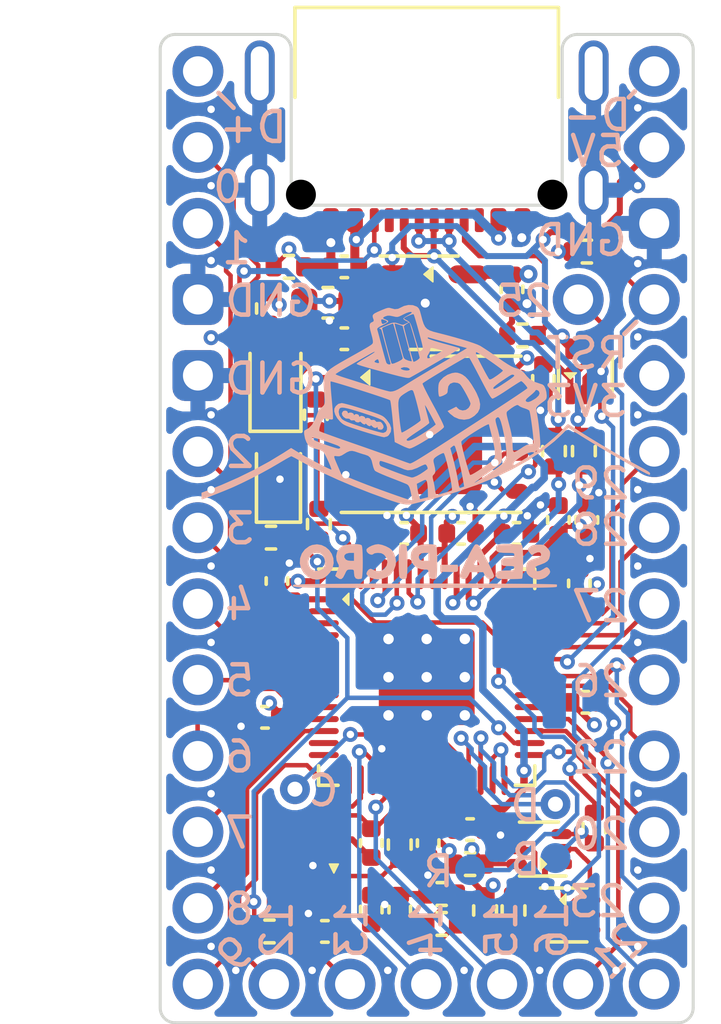
<source format=kicad_pcb>
(kicad_pcb (version 20211014) (generator pcbnew)
  (title_block (title "Sea Picro EXT") (date "2022-07-28") (rev "1.0") (company "Josh Johnson"))
  (layers (0 "F.Cu" signal) (1 "In1.Cu" signal) (2 "In2.Cu" signal) (31 "B.Cu" signal) (34 "B.Paste" user) (35 "F.Paste" user) (36 "B.SilkS" user "B.Silkscreen") (37 "F.SilkS" user "F.Silkscreen") (38 "B.Mask" user) (39 "F.Mask" user) (44 "Edge.Cuts" user))
  (net 0 "")
  (net 1 "GND")
  (net 2 "Net-(J1-PadA5)")
  (net 3 "Net-(J1-PadB5)")
  (net 4 "+5V")
  (net 5 "VBUS")
  (net 6 "Net-(D2-Pad2)")
  (net 7 "+3V3")
  (net 8 "/nRST")
  (net 9 "Net-(C6-Pad2)")
  (net 10 "Net-(C7-Pad2)")
  (net 11 "+1V1")
  (net 12 "Net-(D1-Pad2)")
  (net 13 "/LED_5V")
  (net 14 "/LED_DO")
  (net 15 "/9")
  (net 16 "/8")
  (net 17 "/7")
  (net 18 "/6")
  (net 19 "/5")
  (net 20 "/4")
  (net 21 "/3_SCL1")
  (net 22 "/2_SDA1")
  (net 23 "/1_RX0")
  (net 24 "/0_TX0")
  (net 25 "/A3")
  (net 26 "/A2")
  (net 27 "/A1")
  (net 28 "/A0")
  (net 29 "/22_SCK")
  (net 30 "/20_MISO")
  (net 31 "/23_MOSI")
  (net 32 "/21_nCS")
  (net 33 "/FLASH_nCS")
  (net 34 "/USB+")
  (net 35 "/USB-")
  (net 36 "Net-(R9-Pad2)")
  (net 37 "/SWDCLK")
  (net 38 "/SWDIO")
  (net 40 "/FLASH_SD1")
  (net 41 "/FLASH_SD2")
  (net 42 "/FLASH_SD0")
  (net 43 "/FLASH_SCK")
  (net 44 "/FLASH_SD3")
  (net 45 "/D+")
  (net 46 "/D-")
  (net 47 "/SWITCH")
  (net 48 "/12")
  (net 49 "Net-(C19-Pad1)")
  (net 51 "Net-(Q1-Pad3)")
  (net 52 "Net-(Q1-Pad4)")
  (net 53 "/BOOT")
  (net 54 "Net-(R10-Pad1)")
  (net 55 "/13")
  (net 56 "/VBUS_DETECT")
  (net 58 "/14")
  (net 59 "/15")
  (net 60 "/16")
  (net 64 "Net-(R11-Pad1)")
  (footprint "josh-module:Sea-Picro_EXT_Pins" (layer "F.Cu") (at 126.14951 91.27)
    (fp_text reference "J2" hide)
    (fp_text value "Sea-Picro")
  )
  (footprint "Capacitor_SMD:C_0402_1005Metric" (layer "F.Cu") (at 124.35 104.02 90)
    (fp_text reference "C19" hide)
    (fp_text value "10u" hide)
  )
  (footprint "Resistor_SMD:R_0402_1005Metric" (layer "F.Cu") (at 122.6 91.15 90)
    (fp_text reference "R6" hide)
    (fp_text value "5K1" hide)
  )
  (footprint "josh-soic-sot-etc:SOT-563" (layer "F.Cu") (at 131.5 86.05 90)
    (fp_text reference "U4" hide)
    (fp_text value "74LVC1T45")
  )
  (footprint "Capacitor_SMD:C_0402_1005Metric" (layer "F.Cu") (at 131.55 91.01 90)
    (fp_text reference "C10" hide)
    (fp_text value "100n" hide)
  )
  (footprint "Capacitor_SMD:C_0402_1005Metric" (layer "F.Cu") (at 126.25 101.8 -90)
    (fp_text reference "C8" hide)
    (fp_text value "100n" hide)
  )
  (footprint "Capacitor_SMD:C_0402_1005Metric" (layer "F.Cu") (at 120.8 97.6 180)
    (fp_text reference "C11" hide)
    (fp_text value "100n" hide)
  )
  (footprint "josh-soic-sot-etc:SOT-23-5" (layer "F.Cu") (at 126.45 83.76)
    (fp_text reference "U1" hide)
    (fp_text value "XC6210B332MR-G")
  )
  (footprint "Resistor_SMD:R_0402_1005Metric" (layer "F.Cu") (at 121 91.6)
    (fp_text reference "R16" hide)
    (fp_text value "2K2")
  )
  (footprint "Resistor_SMD:R_0402_1005Metric" (layer "F.Cu") (at 122.5 87.5 90)
    (fp_text reference "R10" hide)
    (fp_text value "5K1" hide)
  )
  (footprint "josh-dfn-qfn:WSON-8-1EP_6x5mm_P1.27mm_EP3.4x4mm" (layer "F.Cu") (at 126.35 88.15)
    (fp_text reference "U2" hide)
    (fp_text value "GD25Q64CWIGR")
  )
  (footprint "Resistor_SMD:R_0402_1005Metric" (layer "F.Cu") (at 125.3 101.85 90)
    (fp_text reference "R9" hide)
    (fp_text value "1K" hide)
  )
  (footprint "Resistor_SMD:R_0402_1005Metric" (layer "F.Cu") (at 130.45 88.712973 -90)
    (fp_text reference "R7" hide)
    (fp_text value "27R" hide)
  )
  (footprint "Capacitor_SMD:C_0402_1005Metric" (layer "F.Cu") (at 129.05 83.31 -90)
    (fp_text reference "C2" hide)
    (fp_text value "4u7" hide)
  )
  (footprint "josh-connectors:USB-C_MID_MOUNT_918-418K2024S40000" (layer "F.Cu") (at 126.2 73.9)
    (fp_text reference "J1" hide)
    (fp_text value "USB_C_Receptacle_USB2.0")
    (fp_line (start -4.525 3) (end -4.525 6.6) (layer "Edge.Cuts") (width 0.1))
    (fp_line (start -4.525 6.6) (end 4.525 6.6) (layer "Edge.Cuts") (width 0.1))
    (fp_line (start 4.525 3) (end 4.525 6.6) (layer "Edge.Cuts") (width 0.1))
  )
  (footprint "Resistor_SMD:R_0402_1005Metric" (layer "F.Cu") (at 131.55 82.05)
    (fp_text reference "R4" hide)
    (fp_text value "5K1" hide)
  )
  (footprint "Capacitor_SMD:C_0402_1005Metric" (layer "F.Cu") (at 121.2 93.05 90)
    (fp_text reference "C15" hide)
    (fp_text value "100n" hide)
  )
  (footprint "Capacitor_SMD:C_0402_1005Metric" (layer "F.Cu") (at 122.8 104.75)
    (fp_text reference "C7" hide)
    (fp_text value "15p" hide)
  )
  (footprint "Resistor_SMD:R_0402_1005Metric" (layer "F.Cu") (at 131.8 101.3 -90)
    (fp_text reference "R15" hide)
    (fp_text value "1K" hide)
  )
  (footprint "Capacitor_SMD:C_0402_1005Metric" (layer "F.Cu") (at 127.35 91.46 180)
    (fp_text reference "C12" hide)
    (fp_text value "1u" hide)
  )
  (footprint "Capacitor_SMD:C_0402_1005Metric" (layer "F.Cu") (at 125.3 104.02 90)
    (fp_text reference "C5" hide)
    (fp_text value "4u7" hide)
  )
  (footprint "Capacitor_SMD:C_0402_1005Metric" (layer "F.Cu") (at 123.45 84.96 180)
    (fp_text reference "C1" hide)
    (fp_text value "4u7" hide)
  )
  (footprint "Resistor_SMD:R_0402_1005Metric" (layer "F.Cu") (at 127.65 102.5)
    (fp_text reference "R12" hide)
    (fp_text value "5K1" hide)
  )
  (footprint "Resistor_SMD:R_0402_1005Metric" (layer "F.Cu") (at 128.15 104.05 -90)
    (fp_text reference "R5" hide)
    (fp_text value "5K1" hide)
  )
  (footprint "Resistor_SMD:R_0402_1005Metric" (layer "F.Cu") (at 120.95 104.75)
    (fp_text reference "R17" hide)
    (fp_text value "5K1")
  )
  (footprint "Resistor_SMD:R_0402_1005Metric" (layer "F.Cu") (at 129.4 84.85)
    (fp_text reference "R1" hide)
    (fp_text value "5K1" hide)
  )
  (footprint "josh-passives-smt:Fuse_0603_1608Metric" (layer "F.Cu") (at 122.9 83.76)
    (fp_text reference "F1" hide)
    (fp_text value "500mA" hide)
  )
  (footprint "Resistor_SMD:R_0402_1005Metric" (layer "F.Cu") (at 126.7 103.5 180)
    (fp_text reference "R11" hide)
    (fp_text value "51K")
  )
  (footprint "josh-soic-sot-etc:SOT-563" (layer "F.Cu") (at 130.9 104.2)
    (fp_text reference "Q1" hide)
    (fp_text value "2N7002VC-7")
  )
  (footprint "Resistor_SMD:R_0402_1005Metric" (layer "F.Cu") (at 126.7 104.5 180)
    (fp_text reference "R14" hide)
    (fp_text value "51K")
  )
  (footprint "Capacitor_SMD:C_0402_1005Metric" (layer "F.Cu") (at 124.35 101.8 90)
    (fp_text reference "C6" hide)
    (fp_text value "15p" hide)
  )
  (footprint "josh-dfn-qfn:RP2040-QFN-56" (layer "F.Cu") (at 126.2 96.26)
    (fp_text reference "U3" hide)
    (fp_text value "RP2040" hide)
  )
  (footprint "Resistor_SMD:R_0402_1005Metric" (layer "F.Cu") (at 129.1 104.05 90)
    (fp_text reference "R13" hide)
    (fp_text value "51K" hide)
  )
  (footprint "Resistor_SMD:R_0402_1005Metric" (layer "F.Cu") (at 120.9 83.95 -90)
    (fp_text reference "R3" hide)
    (fp_text value "2K2" hide)
  )
  (footprint "Capacitor_SMD:C_0402_1005Metric" (layer "F.Cu") (at 130.1 86.3 -90)
    (fp_text reference "C4" hide)
    (fp_text value "100n" hide)
  )
  (footprint "Capacitor_SMD:C_0402_1005Metric" (layer "F.Cu") (at 129.2 91.46)
    (fp_text reference "C9" hide)
    (fp_text value "1u" hide)
  )
  (footprint "Capacitor_SMD:C_0402_1005Metric" (layer "F.Cu") (at 127.65 101.35)
    (fp_text reference "C17" hide)
    (fp_text value "100n" hide)
  )
  (footprint "Capacitor_SMD:C_0402_1005Metric" (layer "F.Cu") (at 131.5 97.1)
    (fp_text reference "C14" hide)
    (fp_text value "100n" hide)
  )
  (footprint "josh-oscillators:Crystal_SMD_2520-4Pin_2.5x2.0mm" (layer "F.Cu") (at 122.4 102.55 90)
    (fp_text reference "Y1" hide)
    (fp_text value "12MHz")
  )
  (footprint "LED_SMD:LED_0603_1608Metric" (layer "F.Cu") (at 121.25 89.6 90)
    (fp_text reference "D2" hide)
    (fp_text value "LED" hide)
  )
  (footprint "Resistor_SMD:R_0402_1005Metric" (layer "F.Cu") (at 121.6 82.56 180)
    (fp_text reference "R2" hide)
    (fp_text value "5K1" hide)
  )
  (footprint "Capacitor_SMD:C_0402_1005Metric" (layer "F.Cu") (at 125.45 91.46 180)
    (fp_text reference "C18" hide)
    (fp_text value "100n" hide)
  )
  (footprint "josh-passives-smt:D_SOD-323" (layer "F.Cu") (at 121.15 86.5 90)
    (fp_text reference "D1" hide)
    (fp_text value "B5817WS")
  )
  (footprint "josh-soic-sot-etc:SOT-563" (layer "F.Cu") (at 129.95 102 180)
    (fp_text reference "Q2" hide)
    (fp_text value "2N7002VC-7")
  )
  (footprint "Capacitor_SMD:C_0402_1005Metric" (layer "F.Cu") (at 130.6 91.01 90)
    (fp_text reference "C13" hide)
    (fp_text value "100n" hide)
  )
  (footprint "Capacitor_SMD:C_0402_1005Metric" (layer "F.Cu") (at 123.45 82.56 180)
    (fp_text reference "C3" hide)
    (fp_text value "4u7" hide)
  )
  (footprint "Capacitor_SMD:C_0402_1005Metric" (layer "F.Cu") (at 131.3 93.13 90)
    (fp_text reference "C16" hide)
    (fp_text value "100n" hide)
  )
  (footprint "Resistor_SMD:R_0402_1005Metric" (layer "F.Cu") (at 131.45 88.712973 -90)
    (fp_text reference "R8" hide)
    (fp_text value "27R" hide)
  )
  (footprint "josh-test-point:TestPoint_THTPad_D1.0mm_Drill0.5mm_NO_SILK" (layer "B.Cu") (at 130.5 100.5 180)
    (fp_text reference "TP2" hide)
    (fp_text value "IO")
  )
  (footprint "josh-test-point:TestPoint_THTPad_D1.0mm_Drill0.5mm_NO_SILK" (layer "B.Cu") (at 121.8 100 180)
    (fp_text reference "TP1" hide)
    (fp_text value "CLK")
  )
  (footprint "josh-logos:sea-picro-silk" (layer "B.Cu") (at 126.2 88.6 180)
    (fp_text reference "LOGO2" hide)
    (fp_text value "Sea-Picro" hide)
  )
  (footprint "josh-test-point:TestPoint_SMDPad_D1.0mm_NO_SILK" (layer "B.Cu") (at 127.65 102.7 90)
    (fp_text reference "TP3" hide)
    (fp_text value "nRST")
  )
  (footprint "josh-test-point:TestPoint_SMDPad_D1.0mm_NO_SILK" (layer "B.Cu") (at 130.5 102.3 90)
    (fp_text reference "TP4" hide)
    (fp_text value "BOOT")
  )
  (footprint "josh-logos:OSHW_Logo_3.6x3.6_F.Mask" (layer "B.Cu") (at 126.2 99.8 180)
    (fp_text reference "LOGO1" hide)
    (fp_text value "Logo_Open_Hardware_Small" hide)
  )
  (gr_line (start 133.2 84.4) (end 132.8 84.8) (layer "B.SilkS") (width 0.15))
  (gr_line (start 119.75 77.25) (end 119.25 76.75) (layer "B.SilkS") (width 0.15))
  (gr_line (start 133.15 76.7) (end 132.95 76.9) (layer "B.SilkS") (width 0.15))
  (gr_line (start 117.3 75.3) (end 117.3 107.3) (layer "Edge.Cuts") (width 0.1))
  (gr_line (start 117.8 107.8) (end 134.6 107.8) (layer "Edge.Cuts") (width 0.1))
  (gr_line (start 131.225 74.8) (end 134.6 74.8) (layer "Edge.Cuts") (width 0.1))
  (gr_line (start 121.175 74.8) (end 117.8 74.8) (layer "Edge.Cuts") (width 0.1))
  (gr_arc (start 130.725 75.3) (mid 130.871447 74.946447) (end 131.225 74.8) (layer "Edge.Cuts") (width 0.1))
  (gr_arc (start 117.3 75.3) (mid 117.446447 74.946447) (end 117.8 74.8) (layer "Edge.Cuts") (width 0.1))
  (gr_line (start 121.675 76.9) (end 121.675 75.3) (layer "Edge.Cuts") (width 0.1))
  (gr_line (start 135.1 107.3) (end 135.1 75.3) (layer "Edge.Cuts") (width 0.1))
  (gr_arc (start 135.1 107.3) (mid 134.953553 107.653553) (end 134.6 107.8) (layer "Edge.Cuts") (width 0.1))
  (gr_arc (start 134.6 74.8) (mid 134.953553 74.946447) (end 135.1 75.3) (layer "Edge.Cuts") (width 0.1))
  (gr_arc (start 117.8 107.8) (mid 117.446447 107.653553) (end 117.3 107.3) (layer "Edge.Cuts") (width 0.1))
  (gr_line (start 130.725 76.9) (end 130.725 75.3) (layer "Edge.Cuts") (width 0.1))
  (gr_arc (start 121.175 74.8) (mid 121.528553 74.946447) (end 121.675 75.3) (layer "Edge.Cuts") (width 0.1))
  (gr_text "23" (at 131.9 103.75) (layer "B.SilkS") (effects (font (size 1 1)) (justify mirror)))
  (gr_text "21" (at 132.6 105.4 45) (layer "B.SilkS") (effects (font (size 1 1)) (justify mirror)))
  (gr_text "GND" (at 121 86.3) (layer "B.SilkS") (effects (font (size 1 1)) (justify mirror)))
  (gr_text "27" (at 132.004762 93.9) (layer "B.SilkS") (effects (font (size 1 1)) (justify mirror)))
  (gr_text "R" (at 126.6 102.75) (layer "B.SilkS") (effects (font (size 1 1)) (justify mirror)))
  (gr_text "14" (at 126.2 104.7 90) (layer "B.SilkS") (effects (font (size 1 1)) (justify mirror)))
  (gr_text "GND" (at 131.35 81.675) (layer "B.SilkS") (effects (font (size 1 1)) (justify mirror)))
  (gr_text "4" (at 119.95 93.833332) (layer "B.SilkS") (effects (font (size 1 1)) (justify mirror)))
  (gr_text "7" (at 119.95 101.45833) (layer "B.SilkS") (effects (font (size 1 1)) (justify mirror)))
  (gr_text "9" (at 119.8 105.5 45) (layer "B.SilkS") (effects (font (size 1 1)) (justify mirror)))
  (gr_text "1" (at 119.85 81.95) (layer "B.SilkS") (effects (font (size 1 1)) (justify mirror)))
  (gr_text "12" (at 121.2 104.7 90) (layer "B.SilkS") (effects (font (size 1 1)) (justify mirror)))
  (gr_text "D" (at 129.5 100.55) (layer "B.SilkS") (effects (font (size 1 1)) (justify mirror)))
  (gr_text "3" (at 119.95 91.3) (layer "B.SilkS") (effects (font (size 1 1)) (justify mirror)))
  (gr_text "B" (at 129.5 102.35) (layer "B.SilkS") (effects (font (size 1 1)) (justify mirror)))
  (gr_text "D+" (at 120.4 77.9) (layer "B.SilkS") (effects (font (size 1 1)) (justify mirror)))
  (gr_text "28" (at 132.004762 91.35) (layer "B.SilkS") (effects (font (size 1 1)) (justify mirror)))
  (gr_text "16" (at 130.4 104.7 90) (layer "B.SilkS") (effects (font (size 1 1)) (justify mirror)))
  (gr_text "RST" (at 131.55 85.45) (layer "B.SilkS") (effects (font (size 1 1)) (justify mirror)))
  (gr_text "29" (at 132 89.8) (layer "B.SilkS") (effects (font (size 1 1)) (justify mirror)))
  (gr_text "GND" (at 121 83.7) (layer "B.SilkS") (effects (font (size 1 1)) (justify mirror)))
  (gr_text "C" (at 122.75 100.05) (layer "B.SilkS") (effects (font (size 1 1)) (justify mirror)))
  (gr_text "13" (at 123.7 104.7 90) (layer "B.SilkS") (effects (font (size 1 1)) (justify mirror)))
  (gr_text "5V" (at 131.9 78.7) (layer "B.SilkS") (effects (font (size 1 1)) (justify mirror)))
  (gr_text "26" (at 132.004762 96.4) (layer "B.SilkS") (effects (font (size 1 1)) (justify mirror)))
  (gr_text "5" (at 119.95 96.374998) (layer "B.SilkS") (effects (font (size 1 1)) (justify mirror)))
  (gr_text "8" (at 119.95 104) (layer "B.SilkS") (effects (font (size 1 1)) (justify mirror)))
  (gr_text "D-" (at 131.9 77.5) (layer "B.SilkS") (effects (font (size 1 1)) (justify mirror)))
  (gr_text "0" (at 119.55 79.9) (layer "B.SilkS") (effects (font (size 1 1)) (justify mirror)))
  (gr_text "2" (at 119.95 88.75) (layer "B.SilkS") (effects (font (size 1 1)) (justify mirror)))
  (gr_text "15" (at 128.7 104.7 90) (layer "B.SilkS") (effects (font (size 1 1)) (justify mirror)))
  (gr_text "20" (at 132 101.5) (layer "B.SilkS") (effects (font (size 1 1)) (justify mirror)))
  (gr_text "22" (at 132 98.95) (layer "B.SilkS") (effects (font (size 1 1)) (justify mirror)))
  (gr_text "25" (at 129.45 83.7) (layer "B.SilkS") (effects (font (size 1 1)) (justify mirror)))
  (gr_text "6" (at 119.95 98.916664) (layer "B.SilkS") (effects (font (size 1 1)) (justify mirror)))
  (gr_text "3V3" (at 131.5 87.05) (layer "B.SilkS") (effects (font (size 1 1)) (justify mirror)))
  (segment (start 128.699292 101.5) (end 128.665561 101.533731) (width 0.2) (layer "F.Cu") (net 1))
  (segment (start 128.89 84.85) (end 128.89 84.56) (width 0.2) (layer "F.Cu") (net 1))
  (segment (start 131.649529 92.300471) (end 131.651967 92.300471) (width 0.2) (layer "F.Cu") (net 1))
  (segment (start 125.05 98.65) (end 124.7 98.65) (width 0.2) (layer "F.Cu") (net 1))
  (segment (start 131.5 86.8) (end 131.5 86.280978) (width 0.2) (layer "F.Cu") (net 1))
  (segment (start 126.19 103.5) (end 125.34 103.5) (width 0.2) (layer "F.Cu") (net 1))
  (segment (start 125.3125 83.76) (end 126.140045 83.76) (width 0.3) (layer "F.Cu") (net 1))
  (segment (start 123.1 101.85) (end 122.4 102.55) (width 0.2) (layer "F.Cu") (net 1))
  (segment (start 127.83 91.46) (end 127.83 90.74) (width 0.2) (layer "F.Cu") (net 1))
  (segment (start 124.35 103.54) (end 124.49 103.54) (width 0.15) (layer "F.Cu") (net 1))
  (segment (start 123.71 101.675) (end 123.1 101.675) (width 0.2) (layer "F.Cu") (net 1))
  (segment (start 131.3 92.65) (end 131.649529 92.300471) (width 0.2) (layer "F.Cu") (net 1))
  (segment (start 128.13 101.35) (end 128.48183 101.35) (width 0.2) (layer "F.Cu") (net 1))
  (segment (start 129.549036 83.79) (end 129.5505 83.788536) (width 0.3) (layer "F.Cu") (net 1))
  (segment (start 122.32 104.75) (end 122.25 104.68) (width 0.2) (layer "F.Cu") (net 1))
  (segment (start 130.15 102.55) (end 130.15 103.25) (width 0.2) (layer "F.Cu") (net 1))
  (segment (start 131.98 97.1) (end 132.45 97.57) (width 0.2) (layer "F.Cu") (net 1))
  (segment (start 122.97 84.96) (end 122.97 84.38) (width 0.3) (layer "F.Cu") (net 1))
  (segment (start 121.7 103.6) (end 122.25 104.15) (width 0.2) (layer "F.Cu") (net 1))
  (segment (start 125.3 103.54) (end 125.11 103.54) (width 0.15) (layer "F.Cu") (net 1))
  (segment (start 121.46 104.75) (end 122.32 104.75) (width 0.15) (layer "F.Cu") (net 1))
  (segment (start 130.57 90.53) (end 130.55 90.51) (width 0.2) (layer "F.Cu") (net 1))
  (segment (start 122.4 102.6) (end 121.7 103.3) (width 0.2) (layer "F.Cu") (net 1))
  (segment (start 130.1 87.25) (end 130 87.35) (width 0.2) (layer "F.Cu") (net 1))
  (segment (start 129.4 81.561372) (end 129.376048 81.585324) (width 0.3) (layer "F.Cu") (net 1))
  (segment (start 124.97 90.9555) (end 124.8745 90.86) (width 0.2) (layer "F.Cu") (net 1))
  (segment (start 132.45 97.57) (end 132.45 97.8) (width 0.2) (layer "F.Cu") (net 1))
  (segment (start 129.4 80.9) (end 129.4 81.561372) (width 0.3) (layer "F.Cu") (net 1))
  (segment (start 121.7 103.425) (end 121.7 103.6) (width 0.2) (layer "F.Cu") (net 1))
  (segment (start 126.25 102.28) (end 126.25 102.85) (width 0.2) (layer "F.Cu") (net 1))
  (segment (start 130.1 86.78) (end 130.1 87.25) (width 0.2) (layer "F.Cu") (net 1))
  (segment (start 129.05 83.79) (end 129.549036 83.79) (width 0.3) (layer "F.Cu") (net 1))
  (segment (start 123 80.9) (end 123 81.75) (width 0.3) (layer "F.Cu") (net 1))
  (segment (start 127.83 90.74) (end 127.65 90.56) (width 0.2) (layer "F.Cu") (net 1))
  (segment (start 130.55 90.51) (end 130 90.51) (width 0.2) (layer "F.Cu") (net 1))
  (segment (start 121.2 92.57) (end 121.318463 92.451537) (width 0.2) (layer "F.Cu") (net 1))
  (segment (start 122.97 82.56) (end 122.11 82.56) (width 0.3) (layer "F.Cu") (net 1))
  (segment (start 125.11 103.54) (end 124.8 103.85) (width 0.15) (layer "F.Cu") (net 1))
  (segment (start 121.7 103.3) (end 121.7 103.425) (width 0.2) (layer "F.Cu") (net 1))
  (segment (start 131.95 90.13) (end 131.95 90.1) (width 0.2) (layer "F.Cu") (net 1))
  (segment (start 120.3 97.6) (end 120 97.9) (width 0.2) (layer "F.Cu") (net 1))
  (segment (start 128.89 84.56) (end 129.05 84.4) (width 0.2) (layer "F.Cu") (net 1))
  (segment (start 125.2 99.6975) (end 125.2 98.8) (width 0.2) (layer "F.Cu") (net 1))
  (segment (start 124.97 91.46) (end 124.97 90.9555) (width 0.2) (layer "F.Cu") (net 1))
  (segment (start 131.55 90.53) (end 131.95 90.13) (width 0.2) (layer "F.Cu") (net 1))
  (segment (start 125.34 103.5) (end 125.3 103.54) (width 0.2) (layer "F.Cu") (net 1))
  (segment (start 129.2 101.5) (end 128.699292 101.5) (width 0.2) (layer "F.Cu") (net 1))
  (segment (start 121.318463 92.451537) (end 121.61276 92.451537) (width 0.2) (layer "F.Cu") (net 1))
  (segment (start 124.265 102.23) (end 123.71 101.675) (width 0.2) (layer "F.Cu") (net 1))
  (segment (start 130.15 103.7) (end 130.15 103.25) (width 0.2) (layer "F.Cu") (net 1))
  (segment (start 129.05 84.4) (end 129.05 83.79) (width 0.2) (layer "F.Cu") (net 1))
  (segment (start 130.7 102.5) (end 130.2 102.5) (width 0.2) (layer "F.Cu") (net 1))
  (segment (start 131.5 86.280978) (end 131.730978 86.05) (width 0.2) (layer "F.Cu") (net 1))
  (segment (start 126.140045 83.76) (end 126.151561 83.771516) (width 0.3) (layer "F.Cu") (net 1))
  (segment (start 125.2 98.8) (end 125.05 98.65) (width 0.2) (layer "F.Cu") (net 1))
  (segment (start 122.97 84.38) (end 122.95 84.36) (width 0.3) (layer "F.Cu") (net 1))
  (segment (start 123.4875 90.055) (end 123.4875 89.5125) (width 0.2) (layer "F.Cu") (net 1))
  (segment (start 123 81.75) (end 123 82.53) (width 0.3) (layer "F.Cu") (net 1))
  (segment (start 123.1 101.675) (end 123.1 101.85) (width 0.2) (layer "F.Cu") (net 1))
  (segment (start 123 82.53) (end 122.97 82.56) (width 0.3) (layer "F.Cu") (net 1))
  (segment (start 131.730978 86.05) (end 132.0255 86.05) (width 0.2) (layer "F.Cu") (net 1))
  (segment (start 129.68 90.990001) (end 129.561757 90.871758) (width 0.2) (layer "F.Cu") (net 1))
  (segment (start 130.2 102.5) (end 130.15 102.55) (width 0.2) (layer "F.Cu") (net 1))
  (segment (start 120.32 97.6) (end 120.3 97.6) (width 0.2) (layer "F.Cu") (net 1))
  (segment (start 128.48183 101.35) (end 128.665561 101.533731) (width 0.2) (layer "F.Cu") (net 1))
  (segment (start 122.4 102.55) (end 122.4 102.6) (width 0.2) (layer "F.Cu") (net 1))
  (segment (start 121.3 90.3875) (end 121.3 89.65) (width 0.2) (layer "F.Cu") (net 1))
  (segment (start 129.68 91.46) (end 129.68 90.990001) (width 0.2) (layer "F.Cu") (net 1))
  (segment (start 122.25 104.68) (end 122.25 104.15) (width 0.2) (layer "F.Cu") (net 1))
  (segment (start 124.35 102.23) (end 124.265 102.23) (width 0.2) (layer "F.Cu") (net 1))
  (segment (start 123.4875 89.5125) (end 123.5 89.5) (width 0.2) (layer "F.Cu") (net 1))
  (segment (start 124.49 103.54) (end 124.8 103.85) (width 0.15) (layer "F.Cu") (net 1))
  (via (at 127.45 106.05) (size 0.5) (drill 0.25) (layers "F.Cu" "B.Cu") (net 1))
  (via (at 133.25 87.5) (size 0.5) (drill 0.25) (layers "F.Cu" "B.Cu") (net 1))
  (via (at 133.25 84.9) (size 0.5) (drill 0.25) (layers "F.Cu" "B.Cu") (net 1))
  (via (at 129.975 106.05) (size 0.5) (drill 0.25) (layers "F.Cu" "B.Cu") (net 1))
  (via (at 119.825 106.05) (size 0.5) (drill 0.25) (layers "F.Cu" "B.Cu") (net 1))
  (via (at 119 90) (size 0.5) (drill 0.25) (layers "F.Cu" "B.Cu") (net 1))
  (via (at 133.25 102.7) (size 0.5) (drill 0.25) (layers "F.Cu" "B.Cu") (net 1))
  (via (at 122.95 84.36) (size 0.5) (drill 0.25) (layers "F.Cu" "B.Cu") (net 1))
  (via (at 130.15 103.25) (size 0.5) (drill 0.25) (layers "F.Cu" "B.Cu") (net 1))
  (via (at 132.0255 86.05) (size 0.5) (drill 0.25) (layers "F.Cu" "B.Cu") (net 1))
  (via (at 129.561757 90.871758) (size 0.5) (drill 0.25) (layers "F.Cu" "B.Cu") (net 1))
  (via (at 124.9 106.05) (size 0.5) (drill 0.25) (layers "F.Cu" "B.Cu") (net 1))
  (via (at 133.25 82.45) (size 0.5) (drill 0.25) (layers "F.Cu" "B.Cu") (net 1))
  (via (at 133.25 105.25) (size 0.5) (drill 0.25) (layers "F.Cu" "B.Cu") (net 1))
  (via (at 119 102.7) (size 0.5) (drill 0.25) (layers "F.Cu" "B.Cu") (net 1))
  (via (at 132.45 97.8) (size 0.5) (drill 0.25) (layers "F.Cu" "B.Cu") (net 1))
  (via (at 132.525 106.05) (size 0.5) (drill 0.25) (layers "F.Cu" "B.Cu") (net 1))
  (via (at 119 95.1) (size 0.5) (drill 0.25) (layers "F.Cu" "B.Cu") (net 1))
  (via (at 126.3 88.16) (size 0.5) (drill 0.25) (layers "F.Cu" "B.Cu") (net 1))
  (via (at 133.262731 100.137269) (size 0.5) (drill 0.25) (layers "F.Cu" "B.Cu") (net 1))
  (via (at 121.3 89.65) (size 0.5) (drill 0.25) (layers "F.Cu" "B.Cu") (net 1))
  (via (at 122.25 104.15) (size 0.5) (drill 0.25) (layers "F.Cu" "B.Cu") (net 1))
  (via (at 123.5 89.5) (size 0.5) (drill 0.25) (layers "F.Cu" "B.Cu") (net 1))
  (via (at 126.151561 83.771516) (size 0.6) (drill 0.3) (layers "F.Cu" "B.Cu") (net 1))
  (via (at 127.65 90.56) (size 0.5) (drill 0.25) (layers "F.Cu" "B.Cu") (net 1))
  (via (at 119 100.15) (size 0.5) (drill 0.25) (layers "F.Cu" "B.Cu") (net 1))
  (via (at 122.4 102.55) (size 0.5) (drill 0.25) (layers "F.Cu" "B.Cu") (net 1))
  (via (at 124.7 98.65) (size 0.5) (drill 0.25) (layers "F.Cu" "B.Cu") (net 1))
  (via (at 119 105.25) (size 0.5) (drill 0.25) (layers "F.Cu" "B.Cu") (net 1))
  (via (at 129.5505 83.788536) (size 0.6) (drill 0.3) (layers "F.Cu" "B.Cu") (net 1))
  (via (at 119 77.3) (size 0.5) (drill 0.25) (layers "F.Cu" "B.Cu") (net 1))
  (via (at 133.25 79.85) (size 0.5) (drill 0.25) (layers "F.Cu" "B.Cu") (net 1))
  (via (at 129.376048 81.585324) (size 0.6) (drill 0.3) (layers "F.Cu" "B.Cu") (net 1))
  (via (at 119 79.85) (size 0.5) (drill 0.25) (layers "F.Cu" "B.Cu") (net 1))
  (via (at 130 90.51) (size 0.5) (drill 0.25) (layers "F.Cu" "B.Cu") (net 1))
  (via (at 122.375 106.05) (size 0.5) (drill 0.25) (layers "F.Cu" "B.Cu") (net 1))
  (via (at 119 84.925) (size 0.5) (drill 0.25) (layers "F.Cu" "B.Cu") (net 1))
  (via (at 133.25 90) (size 0.5) (drill 0.25) (layers "F.Cu" "B.Cu") (net 1))
  (via (at 130 87.35) (size 0.5) (drill 0.25) (layers "F.Cu" "B.Cu") (net 1))
  (via (at 133.25 77.25) (size 0.5) (drill 0.25) (layers "F.Cu" "B.Cu") (net 1))
  (via (at 121.61276 92.451537) (size 0.5) (drill 0.25) (layers "F.Cu" "B.Cu") (net 1))
  (via (at 133.25 92.55) (size 0.5) (drill 0.25) (layers "F.Cu" "B.Cu") (net 1))
  (via (at 119 82.35) (size 0.5) (drill 0.25) (layers "F.Cu" "B.Cu") (net 1))
  (via (at 119 92.55) (size 0.5) (drill 0.25) (layers "F.Cu" "B.Cu") (net 1))
  (via (at 133.25 95.1) (size 0.5) (drill 0.25) (layers "F.Cu" "B.Cu") (net 1))
  (via (at 131.95 90.1) (size 0.5) (drill 0.25) (layers "F.Cu" "B.Cu") (net 1))
  (via (at 124.8 103.85) (size 0.5) (drill 0.25) (layers "F.Cu" "B.Cu") (net 1))
  (via (at 126.241624 102.870579) (size 0.5) (drill 0.25) (layers "F.Cu" "B.Cu") (net 1))
  (via (at 131.651967 92.300471) (size 0.5) (drill 0.25) (layers "F.Cu" "B.Cu") (net 1))
  (via (at 124.8745 90.86) (size 0.5) (drill 0.25) (layers "F.Cu" "B.Cu") (net 1))
  (via (at 119 87.5) (size 0.5) (drill 0.25) (layers "F.Cu" "B.Cu") (net 1))
  (via (at 128.665561 101.533731) (size 0.5) (drill 0.25) (layers "F.Cu" "B.Cu") (net 1))
  (via (at 120 97.9) (size 0.5) (drill 0.25) (layers "F.Cu" "B.Cu") (net 1))
  (via (at 123 81.75) (size 0.6) (drill 0.3) (layers "F.Cu" "B.Cu") (net 1))
  (segment (start 130.15 84.61) (end 130.15 82.458242) (width 0.15) (layer "F.Cu") (net 2))
  (segment (start 127.95 82.2) (end 127.45 81.7) (width 0.15) (layer "F.Cu") (net 2))
  (segment (start 129.91 84.85) (end 130.15 84.61) (width 0.15) (layer "F.Cu") (net 2))
  (segment (start 129.891758 82.2) (end 127.95 82.2) (width 0.15) (layer "F.Cu") (net 2))
  (segment (start 127.45 81.7) (end 127.45 80.9) (width 0.15) (layer "F.Cu") (net 2))
  (segment (start 130.15 82.458242) (end 129.891758 82.2) (width 0.15) (layer "F.Cu") (net 2))
  (segment (start 121.09 82.56) (end 121.6 82.05) (width 0.15) (layer "F.Cu") (net 3))
  (segment (start 121.6 82.05) (end 121.6 81.96697) (width 0.15) (layer "F.Cu") (net 3))
  (segment (start 124.45 80.9) (end 124.45 82) (width 0.15) (layer "F.Cu") (net 3))
  (via (at 124.45 82) (size 0.5) (drill 0.25) (layers "F.Cu" "B.Cu") (net 3))
  (via (at 121.6 81.96697) (size 0.5) (drill 0.25) (layers "F.Cu" "B.Cu") (net 3))
  (segment (start 124.45 82) (end 124.1 82.35) (width 0.15) (layer "B.Cu") (net 3))
  (segment (start 121.98303 82.35) (end 121.6 81.96697) (width 0.15) (layer "B.Cu") (net 3))
  (segment (start 124.1 82.35) (end 121.98303 82.35) (width 0.15) (layer "B.Cu") (net 3))
  (segment (start 122.422887 85.6) (end 121.15 86.872887) (width 0.3) (layer "F.Cu") (net 4))
  (segment (start 124.18 84.71) (end 125.3125 84.71) (width 0.3) (layer "F.Cu") (net 4))
  (segment (start 125.049152 82.250814) (end 125.049152 82.546652) (width 0.2) (layer "F.Cu") (net 4))
  (segment (start 131 85.3) (end 130.728543 85.028543) (width 0.2) (layer "F.Cu") (net 4))
  (segment (start 130.728543 85.028543) (end 130.728543 84.871457) (width 0.2) (layer "F.Cu") (net 4))
  (segment (start 126.15 82.81) (end 125.3125 82.81) (width 0.3) (layer "F.Cu") (net 4))
  (segment (start 130.338483 81.4) (end 130.087576 81.650907) (width 0.2) (layer "F.Cu") (net 4))
  (segment (start 121.15 86.872887) (end 121.15 87.6) (width 0.3) (layer "F.Cu") (net 4))
  (segment (start 132.65 79.73) (end 132.65 80.75) (width 0.2) (layer "F.Cu") (net 4))
  (segment (start 132 81.4) (end 130.338483 81.4) (width 0.2) (layer "F.Cu") (net 4))
  (segment (start 133.8 78.58) (end 132.65 79.73) (width 0.2) (layer "F.Cu") (net 4))
  (segment (start 126.2 84.71) (end 126.8 84.11) (width 0.3) (layer "F.Cu") (net 4))
  (segment (start 123.93 84.96) (end 123.29 85.6) (width 0.3) (layer "F.Cu") (net 4))
  (segment (start 126.8 84.11) (end 126.8 83.46) (width 0.3) (layer "F.Cu") (net 4))
  (segment (start 123.29 85.6) (end 122.422887 85.6) (width 0.3) (layer "F.Cu") (net 4))
  (segment (start 123.93 84.96) (end 124.18 84.71) (width 0.3) (layer "F.Cu") (net 4))
  (segment (start 126.8 83.46) (end 126.15 82.81) (width 0.3) (layer "F.Cu") (net 4))
  (segment (start 125.049152 82.546652) (end 125.3125 82.81) (width 0.2) (layer "F.Cu") (net 4))
  (segment (start 125.3125 84.71) (end 126.2 84.71) (width 0.3) (layer "F.Cu") (net 4))
  (segment (start 132.65 80.75) (end 132 81.4) (width 0.2) (layer "F.Cu") (net 4))
  (via (at 130.087576 81.650907) (size 0.5) (drill 0.25) (layers "F.Cu" "B.Cu") (net 4))
  (via (at 125.049152 82.250814) (size 0.5) (drill 0.25) (layers "F.Cu" "B.Cu") (net 4))
  (via (at 130.728543 84.871457) (size 0.5) (drill 0.25) (layers "F.Cu" "B.Cu") (net 4))
  (segment (start 125.049152 81.800848) (end 125.650489 81.199511) (width 0.2) (layer "B.Cu") (net 4))
  (segment (start 129.769242 81.969242) (end 130.087576 81.650907) (width 0.2) (layer "B.Cu") (net 4))
  (segment (start 129.537984 82.200499) (end 129.769242 81.969242) (width 0.2) (layer "B.Cu") (net 4))
  (segment (start 125.049152 82.250814) (end 125.049152 81.800848) (width 0.2) (layer "B.Cu") (net 4))
  (segment (start 127.199511 81.199511) (end 128.200499 82.200499) (width 0.2) (layer "B.Cu") (net 4))
  (segment (start 125.650489 81.199511) (end 127.199511 81.199511) (width 0.2) (layer "B.Cu") (net 4))
  (segment (start 128.200499 82.200499) (end 129.537984 82.200499) (width 0.2) (layer "B.Cu") (net 4))
  (segment (start 130.7 84.95) (end 130.149501 84.399501) (width 0.2) (layer "B.Cu") (net 4))
  (segment (start 130.149501 84.399501) (end 130.149501 82.349501) (width 0.2) (layer "B.Cu") (net 4))
  (segment (start 130.149501 82.349501) (end 129.769242 81.969242) (width 0.2) (layer "B.Cu") (net 4))
  (segment (start 120.45 91.11295) (end 120.233533 90.896483) (width 0.15) (layer "F.Cu") (net 5))
  (segment (start 123.93 83.5175) (end 123.6875 83.76) (width 0.3) (layer "F.Cu") (net 5))
  (segment (start 123.8 80.9) (end 123.8 82.43) (width 0.3) (layer "F.Cu") (net 5))
  (segment (start 123.93 82.56) (end 123.93 83.5175) (width 0.3) (layer "F.Cu") (net 5))
  (segment (start 120.233533 90.896483) (end 120.233532 89.486388) (width 0.15) (layer "F.Cu") (net 5))
  (segment (start 123.8 82.43) (end 123.93 82.56) (width 0.3) (layer "F.Cu") (net 5))
  (segment (start 122.9495 83.7) (end 123.6275 83.7) (width 0.2) (layer "F.Cu") (net 5))
  (segment (start 128.6 80.9) (end 128.6 81.6) (width 0.3) (layer "F.Cu") (net 5))
  (segment (start 123.6275 83.7) (end 123.6875 83.76) (width 0.2) (layer "F.Cu") (net 5))
  (segment (start 120.49 91.6) (end 120.45 91.56) (width 0.15) (layer "F.Cu") (net 5))
  (segment (start 119.95 89.202856) (end 119.95 82.850291) (width 0.15) (layer "F.Cu") (net 5))
  (segment (start 119.95 82.850291) (end 120.100438 82.699853) (width 0.15) (layer "F.Cu") (net 5))
  (segment (start 120.45 91.56) (end 120.45 91.11295) (width 0.15) (layer "F.Cu") (net 5))
  (segment (start 120.233532 89.486388) (end 119.95 89.202856) (width 0.15) (layer "F.Cu") (net 5))
  (via (at 122.9495 83.7) (size 0.5) (drill 0.25) (layers "F.Cu" "B.Cu") (net 5))
  (via (at 123.85 81.65) (size 0.5) (drill 0.25) (layers "F.Cu" "B.Cu") (net 5))
  (via (at 120.100438 82.699853) (size 0.5) (drill 0.25) (layers "F.Cu" "B.Cu") (net 5))
  (via (at 128.6 81.6) (size 0.5) (drill 0.25) (layers "F.Cu" "B.Cu") (net 5))
  (segment (start 128.6 81.6) (end 127.8 80.8) (width 0.3) (layer "B.Cu") (net 5))
  (segment (start 122.5 83.7) (end 121.499853 82.699853) (width 0.2) (layer "B.Cu") (net 5))
  (segment (start 121.499853 82.699853) (end 120.100438 82.699853) (width 0.2) (layer "B.Cu") (net 5))
  (segment (start 122.9495 83.7) (end 122.5 83.7) (width 0.2) (layer "B.Cu") (net 5))
  (segment (start 124.7 80.8) (end 123.85 81.65) (width 0.3) (layer "B.Cu") (net 5))
  (segment (start 127.8 80.8) (end 124.7 80.8) (width 0.3) (layer "B.Cu") (net 5))
  (segment (start 120.6 88.1625) (end 120.6 84.76) (width 0.15) (layer "F.Cu") (net 6))
  (segment (start 121.25 88.8125) (end 120.6 88.1625) (width 0.15) (layer "F.Cu") (net 6))
  (segment (start 120.6 84.76) (end 120.9 84.46) (width 0.15) (layer "F.Cu") (net 6))
  (segment (start 128.15 103.54) (end 128.15 103.474222) (width 0.2) (layer "F.Cu") (net 7))
  (segment (start 129.03 82.81) (end 129.05 82.83) (width 0.3) (layer "F.Cu") (net 7))
  (segment (start 130.88 91.21) (end 131.3 91.21) (width 0.2) (layer "F.Cu") (net 7))
  (segment (start 130.57 97.1) (end 130.41 97.26) (width 0.2) (layer "F.Cu") (net 7))
  (segment (start 131.5 85.3) (end 131.5 85.786694) (width 0.2) (layer "F.Cu") (net 7))
  (segment (start 126.8 92.8225) (end 126.8 92.01) (width 0.2) (layer "F.Cu") (net 7))
  (segment (start 122.7625 97.26) (end 121.62 97.26) (width 0.2) (layer "F.Cu") (net 7))
  (segment (start 130.52 85.82) (end 130.1 85.82) (width 0.2) (layer "F.Cu") (net 7))
  (segment (start 128.564284 92.11) (end 129.98 92.11) (width 0.2) (layer "F.Cu") (net 7))
  (segment (start 120.9 83.4501) (end 121.2755 83.8256) (width 0.2) (layer "F.Cu") (net 7))
  (segment (start 131.5 85.786694) (end 131.286695 86) (width 0.2) (layer "F.Cu") (net 7))
  (segment (start 129.8875 92.8225) (end 130.61 92.1) (width 0.2) (layer "F.Cu") (net 7))
  (segment (start 126.8 92.01) (end 126.8 91.53) (width 0.2) (layer "F.Cu") (net 7))
  (segment (start 126.25 101.351329) (end 126.952589 102.053918) (width 0.2) (layer "F.Cu") (net 7))
  (segment (start 130.95 86) (end 130.825 86.125) (width 0.2) (layer "F.Cu") (net 7))
  (segment (start 128.1 103.54) (end 128.1 103.45) (width 0.2) (layer "F.Cu") (net 7))
  (segment (start 126.25 100.95) (end 126.4 100.8) (width 0.2) (layer "F.Cu") (net 7))
  (segment (start 126.87 91.46) (end 126.87 91.078901) (width 0.2) (layer "F.Cu") (net 7))
  (segment (start 121.88 93.53) (end 122.01 93.66) (width 0.2) (layer "F.Cu") (net 7))
  (segment (start 131 86.8) (end 131 86.3) (width 0.2) (layer "F.Cu") (net 7))
  (segment (start 121.674421 93.055579) (end 121.9 93.055579) (width 0.2) (layer "F.Cu") (net 7))
  (segment (start 127.15 102.5) (end 127.14 102.5) (width 0.2) (layer "F.Cu") (net 7))
  (segment (start 126.25 101.32) (end 126.25 100.95) (width 0.2) (layer "F.Cu") (net 7))
  (segment (start 131.77 97.85) (end 131.8 97.85) (width 0.2) (layer "F.Cu") (net 7))
  (segment (start 130.61 92.1) (end 130.96 92.1) (width 0.2) (layer "F.Cu") (net 7))
  (segment (start 122.61 91.66) (end 123.049501 92.099501) (width 0.2) (layer "F.Cu") (net 7))
  (segment (start 129.6375 93.66) (end 131.25 93.66) (width 0.2) (layer "F.Cu") (net 7))
  (segment (start 126.8 91.53) (end 126.87 91.46) (width 0.2) (layer "F.Cu") (net 7))
  (segment (start 131.3 91.24) (end 131.3 91.21) (width 0.2) (layer "F.Cu") (net 7))
  (segment (start 122.600823 93.055579) (end 121.9 93.055579) (width 0.2) (layer "F.Cu") (net 7))
  (segment (start 126.87 91.078901) (end 127.058296 90.890605) (width 0.2) (layer "F.Cu") (net 7))
  (segment (start 130.96 92.1) (end 131.55 91.51) (width 0.2) (layer "F.Cu") (net 7))
  (segment (start 126.4 92.8225) (end 126.4 92.21) (width 0.2) (layer "F.Cu") (net 7))
  (segment (start 126.4 100.8) (end 126.4 99.6975) (width 0.2) (layer "F.Cu") (net 7))
  (segment (start 129.57 82.83) (end 129.6 82.8) (width 0.3) (layer "F.Cu") (net 7))
  (segment (start 131.55 91.49) (end 131.3 91.24) (width 0.2) (layer "F.Cu") (net 7))
  (segment (start 121.28 97.454012) (end 120.95 97.124012) (width 0.2) (layer "F.Cu") (net 7))
  (segment (start 128.1 103.45) (end 127.15 102.5) (width 0.2) (layer "F.Cu") (net 7))
  (segment (start 122.01 93.66) (end 122.7625 93.66) (width 0.2) (layer "F.Cu") (net 7))
  (segment (start 127.5875 82.81) (end 129.03 82.81) (width 0.3) (layer "F.Cu") (net 7))
  (segment (start 126.4 92.21) (end 126.6 92.01) (width 0.2) (layer "F.Cu") (net 7))
  (segment (start 126.25 101.32) (end 126.25 101.351329) (width 0.2) (layer "F.Cu") (net 7))
  (segment (start 131 86.3) (end 130.825 86.125) (width 0.2) (layer "F.Cu") (net 7))
  (segment (start 121.28 97.6) (end 121.28 97.454012) (width 0.2) (layer "F.Cu") (net 7))
  (segment (start 126.952589 102.312589) (end 127.14 102.5) (width 0.2) (layer "F.Cu") (net 7))
  (segment (start 130.6 91.49) (end 130.88 91.21) (width 0.2) (layer "F.Cu") (net 7))
  (segment (start 129.6375 97.26) (end 130.41 97.26) (width 0.2) (layer "F.Cu") (net 7))
  (segment (start 131.3 93.61) (end 131.44 93.61) (width 0.2) (layer "F.Cu") (net 7))
  (segment (start 121.2 93.53) (end 121.674421 93.055579) (width 0.2) (layer "F.Cu") (net 7))
  (segment (start 121.2 93.53) (end 121.88 93.53) (width 0.2) (layer "F.Cu") (net 7))
  (segment (start 126.6 92.01) (end 126.8 92.01) (width 0.2) (layer "F.Cu") (net 7))
  (segment (start 123.049501 92.606901) (end 122.600823 93.055579) (width 0.2) (layer "F.Cu") (net 7))
  (segment (start 128.4 92.8225) (end 128.4 92.274284) (width 0.2) (layer "F.Cu") (net 7))
  (segment (start 131.44 93.61) (end 131.9 93.15) (width 0.2) (layer "F.Cu") (net 7))
  (segment (start 129.98 92.11) (end 130.6 91.49) (width 0.2) (layer "F.Cu") (net 7))
  (segment (start 126.952589 102.053918) (end 126.952589 102.312589) (width 0.2) (layer "F.Cu") (net 7))
  (segment (start 131.286695 86) (end 130.95 86) (width 0.2) (layer "F.Cu") (net 7))
  (segment (start 130.825 86.125) (end 130.52 85.82) (width 0.2) (layer "F.Cu") (net 7))
  (segment (start 131.02 97.1) (end 130.57 97.1) (width 0.2) (layer "F.Cu") (net 7))
  (segment (start 128.15 103.474222) (end 128.4194 103.204822) (width 0.2) (layer "F.Cu") (net 7))
  (segment (start 128.8 92.8225) (end 129.8875 92.8225) (width 0.2) (layer "F.Cu") (net 7))
  (segment (start 123.049501 92.099501) (end 123.049501 92.606901) (width 0.2) (layer "F.Cu") (net 7))
  (segment (start 131.25 93.66) (end 131.3 93.61) (width 0.2) (layer "F.Cu") (net 7))
  (segment (start 129.05 82.83) (end 129.57 82.83) (width 0.3) (layer "F.Cu") (net 7))
  (segment (start 131.55 91.51) (end 131.55 91.49) (width 0.2) (layer "F.Cu") (net 7))
  (segment (start 131.04 82.05) (end 130.6 82.05) (width 0.2) (layer "F.Cu") (net 7))
  (segment (start 129.2125 86.245) (end 129.2125 85.9375) (width 0.2) (layer "F.Cu") (net 7))
  (segment (start 131.02 97.1) (end 131.77 97.85) (width 0.2) (layer "F.Cu") (net 7))
  (segment (start 128.4 92.274284) (end 128.564284 92.11) (width 0.2) (layer "F.Cu") (net 7))
  (segment (start 129.2125 85.9375) (end 129.55 85.6) (width 0.2) (layer "F.Cu") (net 7))
  (segment (start 121.62 97.26) (end 121.28 97.6) (width 0.2) (layer "F.Cu") (net 7))
  (via (at 129.55 85.6) (size 0.5) (drill 0.25) (layers "F.Cu" "B.Cu") (net 7))
  (via (at 131.8 97.85) (size 0.5) (drill 0.25) (layers "F.Cu" "B.Cu") (net 7))
  (via (at 131.3 91.21) (size 0.5) (drill 0.25) (layers "F.Cu" "B.Cu") (net 7))
  (via (at 121.2755 83.8256) (size 0.5) (drill 0.25) (layers "F.Cu" "B.Cu") (net 7))
  (via (at 131.9 93.15) (size 0.5) (drill 0.25) (layers "F.Cu" "B.Cu") (net 7))
  (via (at 120.95 97.124012) (size 0.5) (drill 0.25) (layers "F.Cu" "B.Cu") (net 7))
  (via (at 126.952589 102.053918) (size 0.5) (drill 0.25) (layers "F.Cu" "B.Cu") (net 7))
  (via (at 127.058296 90.890605) (size 0.5) (drill 0.25) (layers "F.Cu" "B.Cu") (net 7))
  (via (at 121.9 93.055579) (size 0.5) (drill 0.25) (layers "F.Cu" "B.Cu") (net 7))
  (via (at 128.4194 103.204822) (size 0.5) (drill 0.25) (layers "F.Cu" "B.Cu") (net 7))
  (via (at 130.6 82.05) (size 0.5) (drill 0.25) (layers "F.Cu" "B.Cu") (net 7))
  (via (at 129.6 82.8) (size 0.6) (drill 0.3) (layers "F.Cu" "B.Cu") (net 7))
  (segment (start 128.6 102.5) (end 128.16 102.5) (width 0.15) (layer "F.Cu") (net 8))
  (segment (start 128.16 102.5) (end 128.16 102.455026) (width 0.15) (layer "F.Cu") (net 8))
  (segment (start 128 98.302048) (end 128.011547 98.290501) (width 0.15) (layer "F.Cu") (net 8))
  (segment (start 128 99.6975) (end 128 98.302048) (width 0.15) (layer "F.Cu") (net 8))
  (segment (start 128.16 102.455026) (end 127.711508 102.006534) (width 0.15) (layer "F.Cu") (net 8))
  (segment (start 129.2 102.5) (end 128.6 102.5) (width 0.15) (layer "F.Cu") (net 8))
  (via (at 127.711508 102.006534) (size 0.5) (drill 0.25) (layers "F.Cu" "B.Cu") (net 8))
  (via (at 128.011547 98.290501) (size 0.5) (drill 0.25) (layers "F.Cu" "B.Cu") (net 8))
  (segment (start 130.800103 99.775489) (end 131.224511 100.199897) (width 0.15) (layer "B.Cu") (net 8))
  (segment (start 127.711508 102.006534) (end 127.711508 102.638492) (width 0.15) (layer "B.Cu") (net 8))
  (segment (start 128.449511 99.125939) (end 128.44951 99.374062) (width 0.15) (layer "B.Cu") (net 8))
  (segment (start 130.15 101.5) (end 128.95 102.7) (width 0.15) (layer "B.Cu") (net 8))
  (segment (start 128.95 102.7) (end 127.65 102.7) (width 0.15) (layer "B.Cu") (net 8))
  (segment (start 128.976917 100.200489) (end 129.723083 100.200489) (width 0.15) (layer "B.Cu") (net 8))
  (segment (start 130.148083 99.775489) (end 130.800103 99.775489) (width 0.15) (layer "B.Cu") (net 8))
  (segment (start 128.011547 98.290501) (end 128.011547 98.687975) (width 0.15) (layer "B.Cu") (net 8))
  (segment (start 128.449511 99.673083) (end 128.976917 100.200489) (width 0.15) (layer "B.Cu") (net 8))
  (segment (start 131.224511 100.199897) (end 131.224511 100.825489) (width 0.15) (layer "B.Cu") (net 8))
  (segment (start 131.224511 100.825489) (end 130.55 101.5) (width 0.15) (layer "B.Cu") (net 8))
  (segment (start 129.723083 100.200489) (end 130.148083 99.775489) (width 0.15) (layer "B.Cu") (net 8))
  (segment (start 127.711508 102.638492) (end 127.65 102.7) (width 0.15) (layer "B.Cu") (net 8))
  (segment (start 128.011547 98.687975) (end 128.449511 99.125939) (width 0.15) (layer "B.Cu") (net 8))
  (segment (start 128.44951 99.374062) (end 128.449511 99.673083) (width 0.15) (layer "B.Cu") (net 8))
  (segment (start 130.55 101.5) (end 130.15 101.5) (width 0.15) (layer "B.Cu") (net 8))
  (segment (start 124.35 101.32) (end 124.35 101.27) (width 0.15) (layer "F.Cu") (net 9))
  (segment (start 124.48 101.32) (end 124.35 101.32) (width 0.15) (layer "F.Cu") (net 9))
  (segment (start 122.49952 100.87548) (end 123.95548 100.87548) (width 0.15) (layer "F.Cu") (net 9))
  (segment (start 124.35 101.27) (end 123.95548 100.87548) (width 0.15) (layer "F.Cu") (net 9))
  (segment (start 121.7 101.675) (end 122.49952 100.87548) (width 0.15) (layer "F.Cu") (net 9))
  (segment (start 125.4 100.7) (end 125.1 100.7) (width 0.15) (layer "F.Cu") (net 9))
  (segment (start 125.6 100.5) (end 125.4 100.7) (width 0.15) (layer "F.Cu") (net 9))
  (segment (start 125.1 100.7) (end 124.48 101.32) (width 0.15) (layer "F.Cu") (net 9))
  (segment (start 125.6 99.6975) (end 125.6 100.5) (width 0.15) (layer "F.Cu") (net 9))
  (segment (start 124.71 102.9) (end 123.625 102.9) (width 0.15) (layer "F.Cu") (net 10))
  (segment (start 125.3 102.31) (end 124.71 102.9) (width 0.15) (layer "F.Cu") (net 10))
  (segment (start 123.625 102.9) (end 123.1 103.425) (width 0.15) (layer "F.Cu") (net 10))
  (segment (start 123.28 104.33) (end 123.1 104.15) (width 0.15) (layer "F.Cu") (net 10))
  (segment (start 123.1 104.15) (end 123.1 103.425) (width 0.15) (layer "F.Cu") (net 10))
  (segment (start 123.28 104.75) (end 123.28 104.33) (width 0.15) (layer "F.Cu") (net 10))
  (segment (start 127.87 100.65) (end 128.777151 100.65) (width 0.25) (layer "F.Cu") (net 11))
  (segment (start 126 92.8225) (end 126 91.53) (width 0.2) (layer "F.Cu") (net 11))
  (segment (start 125.93 91.46) (end 125.93 91.265997) (width 0.2) (layer "F.Cu") (net 11))
  (segment (start 126.8 100.98) (end 127.17 101.35) (width 0.2) (layer "F.Cu") (net 11))
  (segment (start 129.45 99.977151) (end 129.45 99.378954) (width 0.25) (layer "F.Cu") (net 11))
  (segment (start 128.777151 100.65) (end 129.45 99.977151) (width 0.25) (layer "F.Cu") (net 11))
  (segment (start 125.93 91.265997) (end 125.524003 90.86) (width 0.2) (layer "F.Cu") (net 11))
  (segment (start 128.72 90.937734) (end 128.777219 90.880515) (width 0.2) (layer "F.Cu") (net 11))
  (segment (start 126 91.53) (end 125.93 91.46) (width 0.2) (layer "F.Cu") (net 11))
  (segment (start 127.17 101.35) (end 127.87 100.65) (width 0.25) (layer "F.Cu") (net 11))
  (segment (start 128 92.8225) (end 128 92.18) (width 0.2) (layer "F.Cu") (net 11))
  (segment (start 126.8 99.6975) (end 126.8 100.98) (width 0.2) (layer "F.Cu") (net 11))
  (segment (start 128.72 91.46) (end 128.72 90.937734) (width 0.2) (layer "F.Cu") (net 11))
  (segment (start 128 92.18) (end 128.72 91.46) (width 0.2) (layer "F.Cu") (net 11))
  (via (at 125.524003 90.86) (size 0.5) (drill 0.25) (layers "F.Cu" "B.Cu") (net 11))
  (via (at 129.45 99.378954) (size 0.5) (drill 0.25) (layers "F.Cu" "B.Cu") (net 11))
  (via (at 128.777219 90.880515) (size 0.5) (drill 0.25) (layers "F.Cu" "B.Cu") (net 11))
  (segment (start 128.777219 90.880515) (end 129.733233 89.924501) (width 0.25) (layer "B.Cu") (net 11))
  (segment (start 127.8 88.56) (end 125.524003 90.835997) (width 0.25) (layer "B.Cu") (net 11))
  (segment (start 126.55 93.107734) (end 126.55 94.11) (width 0.25) (layer "B.Cu") (net 11))
  (segment (start 126.55 94.11) (end 126.755451 94.315451) (width 0.25) (layer "B.Cu") (net 11))
  (segment (start 130.124501 89.617257) (end 130.124501 89.182743) (width 0.25) (layer "B.Cu") (net 11))
  (segment (start 129.733233 89.924501) (end 129.817257 89.924501) (width 0.25) (layer "B.Cu") (net 11))
  (segment (start 130.124501 89.182743) (end 129.501758 88.56) (width 0.25) (layer "B.Cu") (net 11))
  (segment (start 129.45 98.058242) (end 129.45 99.378954) (width 0.25) (layer "B.Cu") (net 11))
  (segment (start 128.777219 90.880515) (end 126.55 93.107734) (width 0.25) (layer "B.Cu") (net 11))
  (segment (start 128.075499 94.575499) (end 128.075499 96.683741) (width 0.25) (layer "B.Cu") (net 11))
  (segment (start 128.075499 96.683741) (end 129.45 98.058242) (width 0.25) (layer "B.Cu") (net 11))
  (segment (start 129.501758 88.56) (end 127.8 88.56) (width 0.25) (layer "B.Cu") (net 11))
  (segment (start 129.817257 89.924501) (end 130.124501 89.617257) (width 0.25) (layer "B.Cu") (net 11))
  (segment (start 125.524003 90.835997) (end 125.524003 90.86) (width 0.25) (layer "B.Cu") (net 11))
  (segment (start 126.755451 94.315451) (end 127.815451 94.315451) (width 0.25) (layer "B.Cu") (net 11))
  (segment (start 127.815451 94.315451) (end 128.075499 94.575499) (width 0.25) (layer "B.Cu") (net 11))
  (segment (start 121.3 85.4) (end 121.15 85.4) (width 0.3) (layer "F.Cu") (net 12))
  (segment (start 121.2 85.5) (end 121.15 85.5) (width 0.3) (layer "F.Cu") (net 12))
  (segment (start 122.1125 84.5875) (end 121.3 85.4) (width 0.3) (layer "F.Cu") (net 12))
  (segment (start 122.1125 83.76) (end 122.1125 84.5875) (width 0.3) (layer "F.Cu") (net 12))
  (segment (start 132.05 85.3) (end 132.05 84.45) (width 0.15) (layer "F.Cu") (net 13))
  (segment (start 132.05 84.45) (end 131.26 83.66) (width 0.15) (layer "F.Cu") (net 13))
  (segment (start 132 87.5) (end 132.05 87.55) (width 0.15) (layer "F.Cu") (net 14))
  (segment (start 132 86.8) (end 132 87.5) (width 0.15) (layer "F.Cu") (net 14))
  (segment (start 130.81 95.66) (end 130.9 95.75) (width 0.15) (layer "F.Cu") (net 14))
  (segment (start 129.6375 95.66) (end 130.81 95.66) (width 0.15) (layer "F.Cu") (net 14))
  (via (at 130.9 95.75) (size 0.5) (drill 0.25) (layers "F.Cu" "B.Cu") (net 14))
  (via (at 132.05 87.55) (size 0.5) (drill 0.25) (layers "F.Cu" "B.Cu") (net 14))
  (segment (start 132.424501 94.225499) (end 130.9 95.75) (width 0.15) (layer "B.Cu") (net 14))
  (segment (start 132.05 87.55) (end 132.424501 87.924501) (width 0.15) (layer "B.Cu") (net 14))
  (segment (start 132.424501 87.924501) (end 132.424501 94.225499) (width 0.15) (layer "B.Cu") (net 14))
  (segment (start 118.56 106.52) (end 119.634511 105.445489) (width 0.15) (layer "F.Cu") (net 15))
  (segment (start 119.634511 103.365489) (end 120.20049 102.79951) (width 0.15) (layer "F.Cu") (net 15))
  (segment (start 120.20049 102.79951) (end 120.20049 99.975938) (width 0.15) (layer "F.Cu") (net 15))
  (segment (start 119.634511 105.445489) (end 119.634511 103.365489) (width 0.15) (layer "F.Cu") (net 15))
  (segment (start 122.116428 98.06) (end 122.7625 98.06) (width 0.15) (layer "F.Cu") (net 15))
  (segment (start 120.20049 99.975938) (end 122.116428 98.06) (width 0.15) (layer "F.Cu") (net 15))
  (segment (start 118.56 103.98) (end 118.56 103.87974) (width 0.15) (layer "F.Cu") (net 16))
  (segment (start 119.9 99.852856) (end 122.092856 97.66) (width 0.15) (layer "F.Cu") (net 16))
  (segment (start 118.56 103.87974) (end 119.9 102.53974) (width 0.15) (layer "F.Cu") (net 16))
  (segment (start 122.092856 97.66) (end 122.7625 97.66) (width 0.15) (layer "F.Cu") (net 16))
  (segment (start 119.9 102.53974) (end 119.9 99.852856) (width 0.15) (layer "F.Cu") (net 16))
  (segment (start 119.55 100.44) (end 119.55 99.579284) (width 0.15) (layer "F.Cu") (net 17))
  (segment (start 119.525489 98.09655) (end 119.525489 97.569002) (width 0.15) (layer "F.Cu") (net 17))
  (segment (start 119.525489 97.569002) (end 120.44498 96.649511) (width 0.15) (layer "F.Cu") (net 17))
  (segment (start 120.44498 96.649511) (end 121.170559 96.649512) (width 0.15) (layer "F.Cu") (net 17))
  (segment (start 121.381047 96.86) (end 122.7625 96.86) (width 0.15) (layer "F.Cu") (net 17))
  (segment (start 119.55 99.579284) (end 119.701469 99.427815) (width 0.15) (layer "F.Cu") (net 17))
  (segment (start 118.56 101.43) (end 119.55 100.44) (width 0.15) (layer "F.Cu") (net 17))
  (segment (start 119.701469 99.427815) (end 119.701469 98.27253) (width 0.15) (layer "F.Cu") (net 17))
  (segment (start 119.701469 98.27253) (end 119.525489 98.09655) (width 0.15) (layer "F.Cu") (net 17))
  (segment (start 121.170559 96.649512) (end 121.381047 96.86) (width 0.15) (layer "F.Cu") (net 17))
  (segment (start 119.11046 97.56046) (end 118.68954 97.56046) (width 0.15) (layer "F.Cu") (net 18))
  (segment (start 118.55 97.7) (end 118.55 98.88) (width 0.15) (layer "F.Cu") (net 18))
  (segment (start 121.29462 96.350001) (end 120.405285 96.350001) (width 0.15) (layer "F.Cu") (net 18))
  (segment (start 121.404619 96.46) (end 121.29462 96.350001) (width 0.15) (layer "F.Cu") (net 18))
  (segment (start 118.68954 97.56046) (end 118.55 97.7) (width 0.15) (layer "F.Cu") (net 18))
  (segment (start 118.55 98.88) (end 118.56 98.89) (width 0.15) (layer "F.Cu") (net 18))
  (segment (start 120.405285 96.350001) (end 120.404795 96.349511) (width 0.15) (layer "F.Cu") (net 18))
  (segment (start 120.321408 96.349511) (end 119.11046 97.56046) (width 0.15) (layer "F.Cu") (net 18))
  (segment (start 122.7625 96.46) (end 121.404619 96.46) (width 0.15) (layer "F.Cu") (net 18))
  (segment (start 120.404795 96.349511) (end 120.321408 96.349511) (width 0.15) (layer "F.Cu") (net 18))
  (segment (start 119.762081 96.36) (end 120.072081 96.05) (width 0.15) (layer "F.Cu") (net 19))
  (segment (start 120.072081 96.05) (end 121.05 96.05) (width 0.15) (layer "F.Cu") (net 19))
  (segment (start 121.05049 96.05049) (end 122.75299 96.05049) (width 0.15) (layer "F.Cu") (net 19))
  (segment (start 122.75299 96.05049) (end 122.7625 96.06) (width 0.15) (layer "F.Cu") (net 19))
  (segment (start 121.05 96.05) (end 121.05049 96.05049) (width 0.15) (layer "F.Cu") (net 19))
  (segment (start 118.56 96.36) (end 119.762081 96.36) (width 0.15) (layer "F.Cu") (net 19))
  (segment (start 120.4 95.66) (end 118.56 93.82) (width 0.15) (layer "F.Cu") (net 20))
  (segment (start 122.7625 95.66) (end 120.4 95.66) (width 0.15) (layer "F.Cu") (net 20))
  (segment (start 119.7 94.272142) (end 119.7 92.5) (width 0.15) (layer "F.Cu") (net 21))
  (segment (start 122.7625 95.26) (end 120.687858 95.26) (width 0.15) (layer "F.Cu") (net 21))
  (segment (start 120.687858 95.26) (end 119.7 94.272142) (width 0.15) (layer "F.Cu") (net 21))
  (segment (start 118.56 91.36) (end 118.56 91.28) (width 0.15) (layer "F.Cu") (net 21))
  (segment (start 119.7 92.5) (end 118.56 91.36) (width 0.15) (layer "F.Cu") (net 21))
  (segment (start 122.7625 94.86) (end 121.09 94.86) (width 0.15) (layer "F.Cu") (net 22))
  (segment (start 120.86 94.86) (end 120.81 94.86) (width 0.15) (layer "F.Cu") (net 22))
  (segment (start 119.634511 92.010939) (end 119.634511 89.734511) (width 0.15) (layer "F.Cu") (net 22))
  (segment (start 118.64 88.74) (end 118.56 88.74) (width 0.15) (layer "F.Cu") (net 22))
  (segment (start 119.99951 92.375938) (end 119.634511 92.010939) (width 0.15) (layer "F.Cu") (net 22))
  (segment (start 119.99951 94.14808) (end 119.99951 92.375938) (width 0.15) (layer "F.Cu") (net 22))
  (segment (start 121.09 94.86) (end 120.81 94.86) (width 0.15) (layer "F.Cu") (net 22))
  (segment (start 120.81 94.86) (end 120.711428 94.86) (width 0.15) (layer "F.Cu") (net 22))
  (segment (start 120.711428 94.86) (end 119.99951 94.14808) (width 0.15) (layer "F.Cu") (net 22))
  (segment (start 121.09 94.86) (end 120.86 94.86) (width 0.15) (layer "F.Cu") (net 22))
  (segment (start 119.634511 89.734511) (end 118.64 88.74) (width 0.15) (layer "F.Cu") (net 22))
  (segment (start 119.934021 91.886877) (end 120.299021 92.251877) (width 0.15) (layer "F.Cu") (net 23))
  (segment (start 119.934022 89.61045) (end 119.934021 91.886877) (width 0.15) (layer "F.Cu") (net 23))
  (segment (start 119.65048 82.85048) (end 119.65048 89.326908) (width 0.15) (layer "F.Cu") (net 23))
  (segment (start 119.5 82.05) (end 119.5 82.7) (width 0.15) (layer "F.Cu") (net 23))
  (segment (start 120.299021 92.251877) (end 120.299021 94.024021) (width 0.15) (layer "F.Cu") (net 23))
  (segment (start 119.5 82.7) (end 119.65048 82.85048) (width 0.15) (layer "F.Cu") (net 23))
  (segment (start 119.65048 89.326908) (end 119.934022 89.61045) (width 0.15) (layer "F.Cu") (net 23))
  (segment (start 120.735002 94.46) (end 122.7625 94.46) (width 0.15) (layer "F.Cu") (net 23))
  (segment (start 120.299021 94.024021) (end 120.735002 94.46) (width 0.15) (layer "F.Cu") (net 23))
  (segment (start 118.56 81.11) (end 119.5 82.05) (width 0.15) (layer "F.Cu") (net 23))
  (segment (start 120.296984 89.126268) (end 120.296984 83.174354) (width 0.15) (layer "F.Cu") (net 24))
  (segment (start 119.75 81.678368) (end 119.75 79.77) (width 0.15) (layer "F.Cu") (net 24))
  (segment (start 120.758572 94.06) (end 120.598531 93.899959) (width 0.15) (layer "F.Cu") (net 24))
  (segment (start 122.7625 94.06) (end 120.758572 94.06) (width 0.15) (layer "F.Cu") (net 24))
  (segment (start 119.75 79.77) (end 118.56 78.58) (width 0.15) (layer "F.Cu") (net 24))
  (segment (start 120.533043 89.362327) (end 120.296984 89.126268) (width 0.15) (layer "F.Cu") (net 24))
  (segment (start 120.598531 93.899959) (end 120.598531 92.319907) (width 0.15) (layer "F.Cu") (net 24))
  (segment (start 120.574939 82.503307) (end 119.75 81.678368) (width 0.15) (layer "F.Cu") (net 24))
  (segment (start 120.574939 82.896399) (end 120.574939 82.503307) (width 0.15) (layer "F.Cu") (net 24))
  (segment (start 121 91.239378) (end 120.533044 90.772422) (width 0.15) (layer "F.Cu") (net 24))
  (segment (start 121 91.918438) (end 121 91.239378) (width 0.15) (layer "F.Cu") (net 24))
  (segment (start 120.598531 92.319907) (end 121 91.918438) (width 0.15) (layer "F.Cu") (net 24))
  (segment (start 120.296984 83.174354) (end 120.574939 82.896399) (width 0.15) (layer "F.Cu") (net 24))
  (segment (start 120.533044 90.772422) (end 120.533043 89.362327) (width 0.15) (layer "F.Cu") (net 24))
  (segment (start 130.5 94.06) (end 130.592366 94.152366) (width 0.15) (layer "F.Cu") (net 25))
  (segment (start 132.047634 94.152366) (end 132.374501 93.825499) (width 0.15) (layer "F.Cu") (net 25))
  (segment (start 132.725 89.815) (end 133.8 88.74) (width 0.15) (layer "F.Cu") (net 25))
  (segment (start 132.374501 90.775499) (end 132.725 90.425) (width 0.15) (layer "F.Cu") (net 25))
  (segment (start 129.6375 94.06) (end 130.5 94.06) (width 0.15) (layer "F.Cu") (net 25))
  (segment (start 132.725 90.425) (end 132.725 89.815) (width 0.15) (layer "F.Cu") (net 25))
  (segment (start 130.592366 94.152366) (end 132.047634 94.152366) (width 0.15) (layer "F.Cu") (net 25))
  (segment (start 132.374501 93.825499) (end 132.374501 90.775499) (width 0.15) (layer "F.Cu") (net 25))
  (segment (start 132.674011 92.405989) (end 132.674011 94.025989) (width 0.15) (layer "F.Cu") (net 26))
  (segment (start 133.8 91.28) (end 132.674011 92.405989) (width 0.15) (layer "F.Cu") (net 26))
  (segment (start 132.24 94.46) (end 129.6375 94.46) (width 0.15) (layer "F.Cu") (net 26))
  (segment (start 132.674011 94.025989) (end 132.24 94.46) (width 0.15) (layer "F.Cu") (net 26))
  (segment (start 132.76 94.86) (end 133.8 93.82) (width 0.15) (layer "F.Cu") (net 27))
  (segment (start 129.6375 94.86) (end 132.76 94.86) (width 0.15) (layer "F.Cu") (net 27))
  (segment (start 131.297857 95.26) (end 129.6375 95.26) (width 0.15) (layer "F.Cu") (net 28))
  (segment (start 131.306368 95.251489) (end 131.297857 95.26) (width 0.15) (layer "F.Cu") (net 28))
  (segment (start 133.8 96.36) (end 132.691489 95.251489) (width 0.15) (layer "F.Cu") (net 28))
  (segment (start 132.691489 95.251489) (end 131.306368 95.251489) (width 0.15) (layer "F.Cu") (net 28))
  (segment (start 133 97.272246) (end 132.277754 96.55) (width 0.15) (layer "F.Cu") (net 29))
  (segment (start 130.661072 96.55) (end 130.351072 96.86) (width 0.15) (layer "F.Cu") (net 29))
  (segment (start 133 98.1) (end 133 97.272246) (width 0.15) (layer "F.Cu") (net 29))
  (segment (start 130.351072 96.86) (end 129.6375 96.86) (width 0.15) (layer "F.Cu") (net 29))
  (segment (start 132.277754 96.55) (end 130.661072 96.55) (width 0.15) (layer "F.Cu") (net 29))
  (segment (start 133.8 98.9) (end 133 98.1) (width 0.15) (layer "F.Cu") (net 29))
  (segment (start 130.84768 98.06) (end 131.776488 98.988808) (width 0.15) (layer "F.Cu") (net 30))
  (segment (start 129.6375 98.06) (end 130.84768 98.06) (width 0.15) (layer "F.Cu") (net 30))
  (segment (start 131.776488 98.988808) (end 131.776488 99.37428) (width 0.15) (layer "F.Cu") (net 30))
  (segment (start 131.776488 99.37428) (end 133.8 101.397792) (width 0.15) (layer "F.Cu") (net 30))
  (segment (start 133.8 101.397792) (end 133.8 101.44) (width 0.15) (layer "F.Cu") (net 30))
  (segment (start 129.6375 96.46) (end 130.228221 96.46) (width 0.15) (layer "F.Cu") (net 31))
  (segment (start 130.228221 96.46) (end 130.46372 96.224501) (width 0.15) (layer "F.Cu") (net 31))
  (segment (start 130.46372 96.224501) (end 132.175499 96.224501) (width 0.15) (layer "F.Cu") (net 31))
  (segment (start 132.175499 96.224501) (end 132.55 95.85) (width 0.15) (layer "F.Cu") (net 31))
  (via (at 132.55 95.85) (size 0.5) (drill 0.25) (layers "F.Cu" "B.Cu") (net 31))
  (segment (start 132.725489 102.905489) (end 132.725489 98.195558) (width 0.15) (layer "B.Cu") (net 31))
  (segment (start 132.725489 98.195558) (end 132.924501 97.996546) (width 0.15) (layer "B.Cu") (net 31))
  (segment (start 132.55 97.128953) (end 132.55 95.85) (width 0.15) (layer "B.Cu") (net 31))
  (segment (start 132.924501 97.996546) (end 132.924501 97.503454) (width 0.15) (layer "B.Cu") (net 31))
  (segment (start 132.924501 97.503454) (end 132.55 97.128953) (width 0.15) (layer "B.Cu") (net 31))
  (segment (start 133.8 103.98) (end 132.725489 102.905489) (width 0.15) (layer "B.Cu") (net 31))
  (segment (start 132.250989 98.972036) (end 132.250989 99.125526) (width 0.15) (layer "F.Cu") (net 32))
  (segment (start 129.6375 97.66) (end 130.938953 97.66) (width 0.15) (layer "F.Cu") (net 32))
  (segment (start 130.938953 97.66) (end 132.250989 98.972036) (width 0.15) (layer "F.Cu") (net 32))
  (via (at 132.250989 99.125526) (size 0.5) (drill 0.25) (layers "F.Cu" "B.Cu") (net 32))
  (segment (start 132.250989 104.970989) (end 132.250989 99.125526) (width 0.15) (layer "B.Cu") (net 32))
  (segment (start 133.8 106.52) (end 132.250989 104.970989) (width 0.15) (layer "B.Cu") (net 32))
  (segment (start 123.6 91.80902) (end 123.4 91.60902) (width 0.15) (layer "F.Cu") (net 33))
  (segment (start 123.6 93.55) (end 124.484858 94.434858) (width 0.15) (layer "F.Cu") (net 33))
  (segment (start 128.055511 94.434858) (end 128.6 94.979347) (width 0.15) (layer "F.Cu") (net 33))
  (segment (start 124.484858 94.434858) (end 128.055511 94.434858) (width 0.15) (layer "F.Cu") (net 33))
  (segment (start 131.025 99.675) (end 131.025 99.359006) (width 0.15) (layer "F.Cu") (net 33))
  (segment (start 128.6 94.979347) (end 128.6 96.4) (width 0.15) (layer "F.Cu") (net 33))
  (segment (start 123.6 92.8225) (end 123.6 93.55) (width 0.15) (layer "F.Cu") (net 33))
  (segment (start 131.8 100.79) (end 131.8 100.45) (width 0.15) (layer "F.Cu") (net 33))
  (segment (start 123.6 92.8225) (end 123.6 91.80902) (width 0.15) (layer "F.Cu") (net 33))
  (segment (start 131.025 99.359006) (end 130.980722 99.314728) (width 0.15) (layer "F.Cu") (net 33))
  (segment (start 123.4875 86.245) (end 122.555 86.245) (width 0.15) (layer "F.Cu") (net 33))
  (segment (start 122.5 86.99) (end 122.5 86.3) (width 0.15) (layer "F.Cu") (net 33))
  (segment (start 131.8 100.45) (end 131.025 99.675) (width 0.15) (layer "F.Cu") (net 33))
  (segment (start 122.555 86.245) (end 122.5 86.3) (width 0.15) (layer "F.Cu") (net 33))
  (via (at 128.6 96.4) (size 0.5) (drill 0.25) (layers "F.Cu" "B.Cu") (net 33))
  (via (at 122.5 86.3) (size 0.5) (drill 0.25) (layers "F.Cu" "B.Cu") (net 33))
  (via (at 123.4 91.60902) (size 0.5) (drill 0.25) (layers "F.Cu" "B.Cu") (net 33))
  (via (at 130.980722 99.314728) (size 0.5) (drill 0.25) (layers "F.Cu" "B.Cu") (net 33))
  (segment (start 131.122958 98.897958) (end 131.122958 98.598054) (width 0.15) (layer "B.Cu") (net 33))
  (segment (start 122.5 90.70902) (end 123.4 91.60902) (width 0.15) (layer "B.Cu") (net 33))
  (segment (start 129.8 98) (end 129.8 97.6) (width 0.15) (layer "B.Cu") (net 33))
  (segment (start 129.8 97.6) (end 128.6 96.4) (width 0.15) (layer "B.Cu") (net 33))
  (segment (start 130.774904 98.25) (end 130.05 98.25) (width 0.15) (layer "B.Cu") (net 33))
  (segment (start 122.5 86.3) (end 122.5 90.70902) (width 0.15) (layer "B.Cu") (net 33))
  (segment (start 130.05 98.25) (end 129.8 98) (width 0.15) (layer "B.Cu") (net 33))
  (segment (start 131.122958 98.598054) (end 130.774904 98.25) (width 0.15) (layer "B.Cu") (net 33))
  (segment (start 130.980722 99.314728) (end 130.980722 99.040194) (width 0.15) (layer "B.Cu") (net 33))
  (segment (start 130.980722 99.040194) (end 131.122958 98.897958) (width 0.15) (layer "B.Cu") (net 33))
  (segment (start 130.59355 88.059423) (end 130.59355 87.652867) (width 0.2) (layer "F.Cu") (net 34))
  (segment (start 125.433386 81.928648) (end 125.703249 82.198511) (width 0.2) (layer "F.Cu") (net 34))
  (segment (start 125.433386 80.916614) (end 125.433386 81.928648) (width 0.2) (layer "F.Cu") (net 34))
  (segment (start 125.703249 82.198511) (end 126.45 82.198511) (width 0.2) (layer "F.Cu") (net 34))
  (segment (start 126.432387 80.917613) (end 126.432387 82.180898) (width 0.2) (layer "F.Cu") (net 34))
  (segment (start 126.432387 82.180898) (end 126.45 82.198511) (width 0.2) (layer "F.Cu") (net 34))
  (via (at 130.59355 87.652867) (size 0.5) (drill 0.25) (layers "F.Cu" "B.Cu") (net 34))
  (via (at 126.45 82.198511) (size 0.5) (drill 0.25) (layers "F.Cu" "B.Cu") (net 34))
  (segment (start 129.756901 85.100499) (end 130.59355 85.937148) (width 0.2) (layer "B.Cu") (net 34))
  (segment (start 126.45 82.198511) (end 129.351988 85.100499) (width 0.2) (layer "B.Cu") (net 34))
  (segment (start 130.59355 85.937148) (end 130.59355 87.652867) (width 0.2) (layer "B.Cu") (net 34))
  (segment (start 129.351988 85.100499) (end 129.756901 85.100499) (width 0.2) (layer "B.Cu") (net 34))
  (segment (start 126.95 80.9) (end 126.95 81.697512) (width 0.2) (layer "F.Cu") (net 35))
  (segment (start 125.95 81.681898) (end 125.932887 81.699011) (width 0.2) (layer "F.Cu") (net 35))
  (segment (start 125.95 80.9) (end 125.95 81.681898) (width 0.2) (layer "F.Cu") (net 35))
  (segment (start 131.25 87.65) (end 131.25 88.002973) (width 0.2) (layer "F.Cu") (net 35))
  (segment (start 126.95 81.697512) (end 126.948501 81.699011) (width 0.2) (layer "F.Cu") (net 35))
  (via (at 131.25 87.65) (size 0.5) (drill 0.25) (layers "F.Cu" "B.Cu") (net 35))
  (via (at 125.932887 81.699011) (size 0.5) (drill 0.25) (layers "F.Cu" "B.Cu") (net 35))
  (via (at 126.948501 81.699011) (size 0.5) (drill 0.25) (layers "F.Cu" "B.Cu") (net 35))
  (segment (start 131.25 86.099314) (end 131.25 87.65) (width 0.2) (layer "B.Cu") (net 35))
  (segment (start 129.901674 84.750988) (end 131.25 86.099314) (width 0.2) (layer "B.Cu") (net 35))
  (segment (start 126.948501 81.699011) (end 126.948501 81.975614) (width 0.2) (layer "B.Cu") (net 35))
  (segment (start 129.723875 84.750988) (end 129.901674 84.750988) (width 0.2) (layer "B.Cu") (net 35))
  (segment (start 126.948501 81.975614) (end 129.723875 84.750988) (width 0.2) (layer "B.Cu") (net 35))
  (segment (start 126.948501 81.699011) (end 125.932887 81.699011) (width 0.2) (layer "B.Cu") (net 35))
  (segment (start 126 100.591072) (end 125.998928 100.591072) (width 0.15) (layer "F.Cu") (net 36))
  (segment (start 126 99.6975) (end 126 100.591072) (width 0.15) (layer "F.Cu") (net 36))
  (segment (start 125.998928 100.591072) (end 125.3 101.29) (width 0.15) (layer "F.Cu") (net 36))
  (segment (start 127.2 98.821047) (end 126.552071 98.173118) (width 0.15) (layer "F.Cu") (net 37))
  (segment (start 127.2 99.6975) (end 127.2 98.821047) (width 0.15) (layer "F.Cu") (net 37))
  (segment (start 126.552071 98.173118) (end 123.651571 98.173118) (width 0.15) (layer "F.Cu") (net 37))
  (via (at 123.651571 98.173118) (size 0.5) (drill 0.25) (layers "F.Cu" "B.Cu") (net 37))
  (segment (start 121.8 100) (end 123.626882 98.173118) (width 0.15) (layer "B.Cu") (net 37))
  (segment (start 123.626882 98.173118) (end 123.651571 98.173118) (width 0.15) (layer "B.Cu") (net 37))
  (segment (start 127.6 99.6975) (end 127.6 98.55) (width 0.15) (layer "F.Cu") (net 38))
  (segment (start 127.6 98.55) (end 127.35 98.3) (width 0.15) (layer "F.Cu") (net 38))
  (via (at 127.35 98.3) (size 0.5) (drill 0.25) (layers "F.Cu" "B.Cu") (net 38))
  (segment (start 128.15 99.95) (end 128.7 100.5) (width 0.15) (layer "B.Cu") (net 38))
  (segment (start 128.7 100.5) (end 130.5 100.5) (width 0.15) (layer "B.Cu") (net 38))
  (segment (start 127.35 98.3) (end 127.7 98.65) (width 0.15) (layer "B.Cu") (net 38))
  (segment (start 127.7 98.8) (end 128.15 99.25) (width 0.15) (layer "B.Cu") (net 38))
  (segment (start 128.15 99.25) (end 128.15 99.95) (width 0.15) (layer "B.Cu") (net 38))
  (segment (start 127.7 98.65) (end 127.7 98.8) (width 0.15) (layer "B.Cu") (net 38))
  (segment (start 121.95548 90.873918) (end 122.216082 91.13452) (width 0.15) (layer "F.Cu") (net 40))
  (segment (start 123.755567 91.13452) (end 124 91.378953) (width 0.15) (layer "F.Cu") (net 40))
  (segment (start 122.166562 87.515) (end 121.95548 87.726082) (width 0.15) (layer "F.Cu") (net 40))
  (segment (start 123.4875 87.515) (end 122.166562 87.515) (width 0.15) (layer "F.Cu") (net 40))
  (segment (start 121.95548 87.726082) (end 121.95548 90.873918) (width 0.15) (layer "F.Cu") (net 40))
  (segment (start 124 91.378953) (end 124 92.8225) (width 0.15) (layer "F.Cu") (net 40))
  (segment (start 122.216082 91.13452) (end 123.755567 91.13452) (width 0.15) (layer "F.Cu") (net 40))
  (segment (start 124.2 90.15) (end 124.2 89) (width 0.15) (layer "F.Cu") (net 41))
  (segment (start 124.4 90.35) (end 124.2 90.15) (width 0.15) (layer "F.Cu") (net 41))
  (segment (start 123.985 88.785) (end 123.4875 88.785) (width 0.15) (layer "F.Cu") (net 41))
  (segment (start 124.2 89) (end 123.985 88.785) (width 0.15) (layer "F.Cu") (net 41))
  (segment (start 124.4 92.8225) (end 124.4 90.35) (width 0.15) (layer "F.Cu") (net 41))
  (segment (start 124.8 93.465523) (end 124.565523 93.7) (width 0.15) (layer "F.Cu") (net 42))
  (segment (start 128.7805 90.065) (end 128.462751 89.747251) (width 0.15) (layer "F.Cu") (net 42))
  (segment (start 124.8 92.8225) (end 124.8 93.465523) (width 0.15) (layer "F.Cu") (net 42))
  (segment (start 129 90.065) (end 128.7805 90.065) (width 0.15) (layer "F.Cu") (net 42))
  (via (at 124.565523 93.7) (size 0.5) (drill 0.25) (layers "F.Cu" "B.Cu") (net 42))
  (via (at 128.462751 89.747251) (size 0.5) (drill 0.25) (layers "F.Cu" "B.Cu") (net 42))
  (segment (start 127.530605 89.747251) (end 126.34951 90.928346) (width 0.15) (layer "B.Cu") (net 42))
  (segment (start 128.462751 89.747251) (end 127.530605 89.747251) (width 0.15) (layer "B.Cu") (net 42))
  (segment (start 126.34951 90.928346) (end 126.34951 91.916013) (width 0.15) (layer "B.Cu") (net 42))
  (segment (start 126.34951 91.916013) (end 124.565523 93.7) (width 0.15) (layer "B.Cu") (net 42))
  (segment (start 125.2 92.8225) (end 125.2 93.778077) (width 0.15) (layer "F.Cu") (net 43))
  (segment (start 125.2 93.778077) (end 125.209142 93.787219) (width 0.15) (layer "F.Cu") (net 43))
  (segment (start 128.488118 89.097879) (end 128.475753 89.097879) (width 0.15) (layer "F.Cu") (net 43))
  (segment (start 128.790997 88.795) (end 128.488118 89.097879) (width 0.15) (layer "F.Cu") (net 43))
  (via (at 128.475753 89.097879) (size 0.5) (drill 0.25) (layers "F.Cu" "B.Cu") (net 43))
  (via (at 125.209142 93.787219) (size 0.5) (drill 0.25) (layers "F.Cu" "B.Cu") (net 43))
  (segment (start 127.756405 89.097879) (end 126.05 90.804284) (width 0.15) (layer "B.Cu") (net 43))
  (segment (start 126.05 90.804284) (end 126.05 91.46) (width 0.15) (layer "B.Cu") (net 43))
  (segment (start 126.05 91.46) (end 124.05 93.46) (width 0.15) (layer "B.Cu") (net 43))
  (segment (start 124.05 93.855524) (end 124.368977 94.174501) (width 0.15) (layer "B.Cu") (net 43))
  (segment (start 124.05 93.46) (end 124.05 93.855524) (width 0.15) (layer "B.Cu") (net 43))
  (segment (start 124.368977 94.174501) (end 124.82186 94.174501) (width 0.15) (layer "B.Cu") (net 43))
  (segment (start 124.82186 94.174501) (end 125.209142 93.787219) (width 0.15) (layer "B.Cu") (net 43))
  (segment (start 128.475753 89.097879) (end 127.756405 89.097879) (width 0.15) (layer "B.Cu") (net 43))
  (segment (start 125.6 93.45) (end 125.9 93.75) (width 0.15) (layer "F.Cu") (net 44))
  (segment (start 129.2125 87.515) (end 129.82452 88.12702) (width 0.15) (layer "F.Cu") (net 44))
  (segment (start 129.82452 89.17548) (end 129.6 89.4) (width 0.15) (layer "F.Cu") (net 44))
  (segment (start 129.82452 88.12702) (end 129.82452 89.17548) (width 0.15) (layer "F.Cu") (net 44))
  (segment (start 125.6 92.8225) (end 125.6 93.45) (width 0.15) (layer "F.Cu") (net 44))
  (via (at 125.9 93.75) (size 0.5) (drill 0.25) (layers "F.Cu" "B.Cu") (net 44))
  (via (at 129.6 89.4) (size 0.5) (drill 0.25) (layers "F.Cu" "B.Cu") (net 44))
  (segment (start 129.481047 89.4) (end 129.6 89.4) (width 0.15) (layer "B.Cu") (net 44))
  (segment (start 125.9 93.75) (end 125.9 92.981047) (width 0.15) (layer "B.Cu") (net 44))
  (segment (start 125.9 92.981047) (end 129.481047 89.4) (width 0.15) (layer "B.Cu") (net 44))
  (segment (start 127.2 93.65) (end 127.0745 93.7755) (width 0.2) (layer "F.Cu") (net 45))
  (segment (start 130.607524 89.380497) (end 130.607524 89.821681) (width 0.2) (layer "F.Cu") (net 45))
  (segment (start 130.45 89.222973) (end 130.607524 89.380497) (width 0.2) (layer "F.Cu") (net 45))
  (segment (start 127.2 92.8225) (end 127.2 93.65) (width 0.2) (layer "F.Cu") (net 45))
  (via (at 127.0745 93.7755) (size 0.5) (drill 0.25) (layers "F.Cu" "B.Cu") (net 45))
  (via (at 130.607524 89.821681) (size 0.5) (drill 0.25) (layers "F.Cu" "B.Cu") (net 45))
  (segment (start 128.748089 92.101911) (end 129.125245 92.101911) (width 0.2) (layer "B.Cu") (net 45))
  (segment (start 130.607524 90.619632) (end 130.607524 89.821681) (width 0.2) (layer "B.Cu") (net 45))
  (segment (start 127.0745 93.7755) (end 128.748089 92.101911) (width 0.2) (layer "B.Cu") (net 45))
  (segment (start 129.125245 92.101911) (end 130.607524 90.619632) (width 0.2) (layer "B.Cu") (net 45))
  (segment (start 127.6 93.6255) (end 127.76545 93.79095) (width 0.2) (layer "F.Cu") (net 46))
  (segment (start 131.45 89.222973) (end 131.3 89.372973) (width 0.2) (layer "F.Cu") (net 46))
  (segment (start 127.6 92.8225) (end 127.6 93.6255) (width 0.2) (layer "F.Cu") (net 46))
  (segment (start 131.3 89.372973) (end 131.3 89.85) (width 0.2) (layer "F.Cu") (net 46))
  (via (at 127.76545 93.79095) (size 0.5) (drill 0.25) (layers "F.Cu" "B.Cu") (net 46))
  (via (at 131.3 89.85) (size 0.5) (drill 0.25) (layers "F.Cu" "B.Cu") (net 46))
  (segment (start 129.246422 92.546422) (end 129.003578 92.546422) (width 0.2) (layer "B.Cu") (net 46))
  (segment (start 129.003578 92.546422) (end 127.76545 93.78455) (width 0.2) (layer "B.Cu") (net 46))
  (segment (start 131.3 89.85) (end 131.3 90.492844) (width 0.2) (layer "B.Cu") (net 46))
  (segment (start 131.3 90.492844) (end 129.246422 92.546422) (width 0.2) (layer "B.Cu") (net 46))
  (segment (start 127.76545 93.78455) (end 127.76545 93.79095) (width 0.2) (layer "B.Cu") (net 46))
  (segment (start 130.65 104.2) (end 130.15 104.2) (width 0.15) (layer "F.Cu") (net 47))
  (segment (start 130.75 103.44614) (end 130.75 104.1) (width 0.15) (layer "F.Cu") (net 47))
  (segment (start 130.75 104.1) (end 130.65 104.2) (width 0.15) (layer "F.Cu") (net 47))
  (segment (start 132.06 82.11) (end 132.06 82.05) (width 0.15) (layer "F.Cu") (net 47))
  (segment (start 133.61 83.66) (end 132.06 82.11) (width 0.15) (layer "F.Cu") (net 47))
  (segment (start 130.898515 103.297625) (end 130.75 103.44614) (width 0.15) (layer "F.Cu") (net 47))
  (segment (start 133.8 83.66) (end 133.61 83.66) (width 0.15) (layer "F.Cu") (net 47))
  (via (at 130.898515 103.297625) (size 0.5) (drill 0.25) (layers "F.Cu" "B.Cu") (net 47))
  (segment (start 131.125499 98.177023) (end 131.125499 96.448073) (width 0.15) (layer "B.Cu") (net 47))
  (segment (start 132.5 86.6) (end 132.5 85.748022) (width 0.15) (layer "B.Cu") (net 47))
  (segment (start 131.524503 99.20289) (end 131.524503 98.576027) (width 0.15) (layer "B.Cu") (net 47))
  (segment (start 132.724011 85.524011) (end 132.724011 84.735989) (width 0.15) (layer "B.Cu") (net 47))
  (segment (start 131.524503 98.576027) (end 131.125499 98.177023) (width 0.15) (layer "B.Cu") (net 47))
  (segment (start 132.724011 86.824011) (end 132.5 86.6) (width 0.15) (layer "B.Cu") (net 47))
  (segment (start 131.125499 96.448073) (end 132.724011 94.849561) (width 0.15) (layer "B.Cu") (net 47))
  (segment (start 132.5 85.748022) (end 132.724011 85.524011) (width 0.15) (layer "B.Cu") (net 47))
  (segment (start 132.724011 84.735989) (end 133.8 83.66) (width 0.15) (layer "B.Cu") (net 47))
  (segment (start 132.724011 94.849561) (end 132.724011 86.824011) (width 0.15) (layer "B.Cu") (net 47))
  (segment (start 131.95 102.24614) (end 131.95 99.628387) (width 0.15) (layer "B.Cu") (net 47))
  (segment (start 130.898515 103.297625) (end 131.95 102.24614) (width 0.15) (layer "B.Cu") (net 47))
  (segment (start 131.95 99.628387) (end 131.524503 99.20289) (width 0.15) (layer "B.Cu") (net 47))
  (segment (start 123.373252 99.6975) (end 123.370752 99.7) (width 0.15) (layer "F.Cu") (net 48))
  (segment (start 119.934022 103.565978) (end 119.934022 105.354022) (width 0.15) (layer "F.Cu") (net 48))
  (segment (start 122.2 99.2) (end 121.45 99.2) (width 0.15) (layer "F.Cu") (net 48))
  (segment (start 123.370752 99.7) (end 122.7 99.7) (width 0.15) (layer "F.Cu") (net 48))
  (segment (start 120.5 103) (end 119.934022 103.565978) (width 0.15) (layer "F.Cu") (net 48))
  (segment (start 120.5 100.15) (end 120.5 103) (width 0.15) (layer "F.Cu") (net 48))
  (segment (start 119.934022 105.354022) (end 121.1 106.52) (width 0.15) (layer "F.Cu") (net 48))
  (segment (start 122.7 99.7) (end 122.2 99.2) (width 0.15) (layer "F.Cu") (net 48))
  (segment (start 121.45 99.2) (end 120.5 100.15) (width 0.15) (layer "F.Cu") (net 48))
  (segment (start 123.6 99.6975) (end 123.373252 99.6975) (width 0.15) (layer "F.Cu") (net 48))
  (segment (start 125.3 104.6) (end 125.3 104.5) (width 0.15) (layer "F.Cu") (net 49))
  (segment (start 129.7 102) (end 129.2 102) (width 0.15) (layer "F.Cu") (net 49))
  (segment (start 128.59 104.05) (end 129.1 103.54) (width 0.15) (layer "F.Cu") (net 49))
  (segment (start 129.06 103.54) (end 129.825489 102.774511) (width 0.15) (layer "F.Cu") (net 49))
  (segment (start 127.76 104.05) (end 128.59 104.05) (width 0.15) (layer "F.Cu") (net 49))
  (segment (start 129.825489 102.125489) (end 129.7 102) (width 0.15) (layer "F.Cu") (net 49))
  (segment (start 127.21 104.5) (end 126.66548 105.04452) (width 0.15) (layer "F.Cu") (net 49))
  (segment (start 129.825489 102.774511) (end 129.825489 102.125489) (width 0.15) (layer "F.Cu") (net 49))
  (segment (start 127.31 104.5) (end 127.76 104.05) (width 0.15) (layer "F.Cu") (net 49))
  (segment (start 127.21 104.5) (end 127.31 104.5) (width 0.15) (layer "F.Cu") (net 49))
  (segment (start 126.66548 105.04452) (end 125.74452 105.04452) (width 0.15) (layer "F.Cu") (net 49))
  (segment (start 125.74452 105.04452) (end 125.3 104.6) (width 0.15) (layer "F.Cu") (net 49))
  (segment (start 124.4 104.5) (end 125.3 104.5) (width 0.15) (layer "F.Cu") (net 49))
  (segment (start 129.5 104.55) (end 129.06 104.55) (width 0.15) (layer "F.Cu") (net 51))
  (segment (start 130.15 104.7) (end 129.65 104.7) (width 0.15) (layer "F.Cu") (net 51))
  (segment (start 129.65 104.7) (end 129.5 104.55) (width 0.15) (layer "F.Cu") (net 51))
  (segment (start 131.65 104.2) (end 131.05 104.2) (width 0.15) (layer "F.Cu") (net 52))
  (segment (start 131.169022 102) (end 130.7 102) (width 0.15) (layer "F.Cu") (net 52))
  (segment (start 131.05 104.95) (end 131.05 104.65) (width 0.15) (layer "F.Cu") (net 52))
  (segment (start 128.795978 105.145978) (end 130.854022 105.145978) (width 0.15) (layer "F.Cu") (net 52))
  (segment (start 131.25548 102.093918) (end 131.25548 102.086458) (width 0.15) (layer "F.Cu") (net 52))
  (segment (start 131.466082 102.30452) (end 131.25548 102.093918) (width 0.15) (layer "F.Cu") (net 52))
  (segment (start 131.15 103.7) (end 131.05 103.8) (width 0.15) (layer "F.Cu") (net 52))
  (segment (start 131.65 103.7) (end 131.65 102.480978) (width 0.15) (layer "F.Cu") (net 52))
  (segment (start 131.25548 102.086458) (end 131.169022 102) (width 0.15) (layer "F.Cu") (net 52))
  (segment (start 131.473542 102.30452) (end 131.466082 102.30452) (width 0.15) (layer "F.Cu") (net 52))
  (segment (start 131.05 104.2) (end 131.05 104.65) (width 0.15) (layer "F.Cu") (net 52))
  (segment (start 131.05 103.8) (end 131.05 104.2) (width 0.15) (layer "F.Cu") (net 52))
  (segment (start 128.21 104.56) (end 128.795978 105.145978) (width 0.15) (layer "F.Cu") (net 52))
  (segment (start 131.65 102.480978) (end 131.473542 102.30452) (width 0.15) (layer "F.Cu") (net 52))
  (segment (start 131.1 104.7) (end 131.65 104.7) (width 0.15) (layer "F.Cu") (net 52))
  (segment (start 131.65 103.7) (end 131.15 103.7) (width 0.15) (layer "F.Cu") (net 52))
  (segment (start 130.854022 105.145978) (end 131.05 104.95) (width 0.15) (layer "F.Cu") (net 52))
  (segment (start 131.05 104.65) (end 131.1 104.7) (width 0.15) (layer "F.Cu") (net 52))
  (segment (start 131.271046 101.5) (end 131.360523 101.410523) (width 0.15) (layer "F.Cu") (net 53))
  (segment (start 131.400523 101.410523) (end 131.360523 101.410523) (width 0.15) (layer "F.Cu") (net 53))
  (segment (start 131.8 101.81) (end 131.400523 101.410523) (width 0.15) (layer "F.Cu") (net 53))
  (segment (start 130.7 101.5) (end 131.271046 101.5) (width 0.15) (layer "F.Cu") (net 53))
  (via (at 131.360523 101.410523) (size 0.5) (drill 0.25) (layers "F.Cu" "B.Cu") (net 53))
  (segment (start 130.5 102.3) (end 131.360523 101.439477) (width 0.15) (layer "B.Cu") (net 53))
  (segment (start 131.360523 101.439477) (end 131.360523 101.410523) (width 0.15) (layer "B.Cu") (net 53))
  (segment (start 122.55 90.64) (end 122.55 88.06) (width 0.15) (layer "F.Cu") (net 54))
  (segment (start 122.55 88.06) (end 122.5 88.01) (width 0.15) (layer "F.Cu") (net 54))
  (segment (start 121.15 100.8) (end 120.93452 101.01548) (width 0.15) (layer "F.Cu") (net 55))
  (segment (start 122.112307 100.8) (end 121.15 100.8) (width 0.15) (layer "F.Cu") (net 55))
  (segment (start 122.47 105.35) (end 123.64 106.52) (width 0.15) (layer "F.Cu") (net 55))
  (segment (start 120.93452 105.08452) (end 121.2 105.35) (width 0.15) (layer "F.Cu") (net 55))
  (segment (start 121.2 105.35) (end 122.47 105.35) (width 0.15) (layer "F.Cu") (net 55))
  (segment (start 122.336338 100.575969) (end 122.112307 100.8) (width 0.15) (layer "F.Cu") (net 55))
  (segment (start 123.724031 100.575969) (end 122.336338 100.575969) (width 0.15) (layer "F.Cu") (net 55))
  (segment (start 124 100.3) (end 123.724031 100.575969) (width 0.15) (layer "F.Cu") (net 55))
  (segment (start 120.93452 101.01548) (end 120.93452 105.08452) (width 0.15) (layer "F.Cu") (net 55))
  (segment (start 124 99.6975) (end 124 100.3) (width 0.15) (layer "F.Cu") (net 55))
  (segment (start 122.05452 92.15452) (end 121.51 91.61) (width 0.15) (layer "F.Cu") (net 56))
  (segment (start 129.125665 98.46) (end 128.615665 97.95) (width 0.15) (layer "F.Cu") (net 56))
  (segment (start 122.55 92.4) (end 122.30452 92.15452) (width 0.15) (layer "F.Cu") (net 56))
  (segment (start 128.615665 97.95) (end 128.6 97.95) (width 0.15) (layer "F.Cu") (net 56))
  (segment (start 129.6375 98.46) (end 129.125665 98.46) (width 0.15) (layer "F.Cu") (net 56))
  (segment (start 120.44 104.75) (end 120.44 103.772146) (width 0.15) (layer "F.Cu") (net 56))
  (segment (start 122.30452 92.15452) (end 122.05452 92.15452) (width 0.15) (layer "F.Cu") (net 56))
  (segment (start 120.44 103.772146) (end 120.4255 103.757646) (width 0.15) (layer "F.Cu") (net 56))
  (via (at 128.6 97.95) (size 0.5) (drill 0.25) (layers "F.Cu" "B.Cu") (net 56))
  (via (at 120.4255 103.757646) (size 0.5) (drill 0.25) (layers "F.Cu" "B.Cu") (net 56))
  (via (at 122.55 92.4) (size 0.5) (drill 0.25) (layers "F.Cu" "B.Cu") (net 56))
  (segment (start 123.55 96.95) (end 123.55 94.95) (width 0.15) (layer "B.Cu") (net 56))
  (segment (start 122.55 93.95) (end 122.55 92.4) (width 0.15) (layer "B.Cu") (net 56))
  (segment (start 123.55 96.95) (end 127.631772 96.95) (width 0.15) (layer "B.Cu") (net 56))
  (segment (start 127.631772 96.95) (end 128.6 97.918228) (width 0.15) (layer "B.Cu") (net 56))
  (segment (start 123.55 96.95) (end 120.4255 100.0745) (width 0.15) (layer "B.Cu") (net 56))
  (segment (start 120.4255 100.0745) (end 120.4255 103.757646) (width 0.15) (layer "B.Cu") (net 56))
  (segment (start 123.55 94.95) (end 122.55 93.95) (width 0.15) (layer "B.Cu") (net 56))
  (segment (start 128.6 97.918228) (end 128.6 97.95) (width 0.15) (layer "B.Cu") (net 56))
  (segment (start 124.4 99.6975) (end 124.4 99.05) (width 0.15) (layer "F.Cu") (net 58))
  (segment (start 124.4 99.05) (end 124.1 98.75) (width 0.15) (layer "F.Cu") (net 58))
  (segment (start 124.1 98.75) (end 123.95 98.75) (width 0.15) (layer "F.Cu") (net 58))
  (via (at 123.95 98.75) (size 0.5) (drill 0.25) (layers "F.Cu" "B.Cu") (net 58))
  (segment (start 123.95 104.29) (end 123.95 98.75) (width 0.15) (layer "B.Cu") (net 58))
  (segment (start 126.18 106.52) (end 123.95 104.29) (width 0.15) (layer "B.Cu") (net 58))
  (segment (start 124.8 100.3) (end 124.5 100.6) (width 0.15) (layer "F.Cu") (net 59))
  (segment (start 124.8 99.6975) (end 124.8 100.3) (width 0.15) (layer "F.Cu") (net 59))
  (via (at 124.5 100.6) (size 0.5) (drill 0.25) (layers "F.Cu" "B.Cu") (net 59))
  (segment (start 128.72 106.52) (end 124.5 102.3) (width 0.15) (layer "B.Cu") (net 59))
  (segment (start 124.5 102.3) (end 124.5 100.6) (width 0.15) (layer "B.Cu") (net 59))
  (segment (start 132.6 105.18) (end 132.6 100.621364) (width 0.15) (layer "F.Cu") (net 60))
  (segment (start 131.26 106.52) (end 132.6 105.18) (width 0.15) (layer "F.Cu") (net 60))
  (segment (start 128.4 99.6975) (end 128.4 98.964934) (width 0.15) (layer "F.Cu") (net 60))
  (segment (start 128.4 98.964934) (end 128.679776 98.685158) (width 0.15) (layer "F.Cu") (net 60))
  (segment (start 131.476978 99.11287) (end 131.115792 98.751684) (width 0.15) (layer "F.Cu") (net 60))
  (segment (start 132.6 100.621364) (end 131.476978 99.498342) (width 0.15) (layer "F.Cu") (net 60))
  (segment (start 131.476978 99.498342) (end 131.476978 99.11287) (width 0.15) (layer "F.Cu") (net 60))
  (segment (start 131.115792 98.751684) (end 130.604009 98.751684) (width 0.15) (layer "F.Cu") (net 60))
  (via (at 130.604009 98.751684) (size 0.5) (drill 0.25) (layers "F.Cu" "B.Cu") (net 60))
  (via (at 128.679776 98.685158) (size 0.5) (drill 0.25) (layers "F.Cu" "B.Cu") (net 60))
  (segment (start 129.599022 99.900978) (end 130.125 99.375) (width 0.15) (layer "B.Cu") (net 60))
  (segment (start 130.125 98.875) (end 130.248316 98.751684) (width 0.15) (layer "B.Cu") (net 60))
  (segment (start 128.749022 98.754404) (end 128.749022 99.549022) (width 0.15) (layer "B.Cu") (net 60))
  (segment (start 128.679776 98.685158) (end 128.749022 98.754404) (width 0.15) (layer "B.Cu") (net 60))
  (segment (start 130.125 99.375) (end 130.125 98.875) (width 0.15) (layer "B.Cu") (net 60))
  (segment (start 130.248316 98.751684) (end 130.604009 98.751684) (width 0.15) (layer "B.Cu") (net 60))
  (segment (start 128.749022 99.549022) (end 129.100978 99.900978) (width 0.15) (layer "B.Cu") (net 60))
  (segment (start 129.100978 99.900978) (end 129.599022 99.900978) (width 0.15) (layer "B.Cu") (net 60))
  (segment (start 127.19 103.5) (end 126.19 104.5) (width 0.15) (layer "F.Cu") (net 64))
  (segment (start 127.21 103.5) (end 127.19 103.5) (width 0.15) (layer "F.Cu") (net 64))
  (zone (net 1) (net_name "GND") (layers "In1.Cu" "B.Cu") (connect_pads (clearance 0.2)) (min_thickness 0.25) (fill yes (thermal_gap 0.35) (thermal_bridge_width 0.5))
    (polygon (pts (xy 135.3 107.8) (xy 117.3 107.8) (xy 117.3 74.8) (xy 135.3 74.8)))
  )
)
</source>
